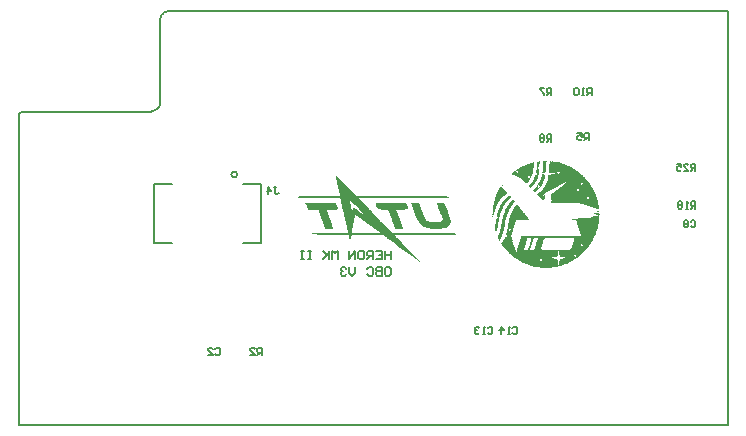
<source format=gbo>
G04*
G04 #@! TF.GenerationSoftware,Altium Limited,Altium Designer,18.0.12 (696)*
G04*
G04 Layer_Color=32896*
%FSLAX44Y44*%
%MOMM*%
G71*
G01*
G75*
%ADD10C,0.2000*%
%ADD19C,0.1500*%
%ADD20C,0.1520*%
G36*
X446654Y223078D02*
X446916D01*
Y222817D01*
Y222555D01*
Y222293D01*
Y222032D01*
X446654D01*
Y221770D01*
Y221509D01*
Y221247D01*
Y220986D01*
Y220724D01*
X446392D01*
Y220462D01*
Y220201D01*
Y219939D01*
Y219678D01*
Y219416D01*
Y219154D01*
Y218893D01*
Y218631D01*
X446131D01*
Y218370D01*
Y218108D01*
Y217846D01*
Y217585D01*
Y217323D01*
Y217062D01*
Y216800D01*
Y216538D01*
Y216277D01*
Y216015D01*
Y215753D01*
Y215492D01*
Y215230D01*
Y214969D01*
Y214707D01*
Y214445D01*
Y214184D01*
X445869D01*
Y213922D01*
Y213661D01*
Y213399D01*
X444561D01*
Y213137D01*
X443253D01*
Y213399D01*
Y213661D01*
Y213922D01*
X443515D01*
Y214184D01*
Y214445D01*
Y214707D01*
Y214969D01*
Y215230D01*
Y215492D01*
Y215753D01*
Y216015D01*
Y216277D01*
Y216538D01*
Y216800D01*
Y217062D01*
Y217323D01*
Y217585D01*
Y217846D01*
Y218108D01*
Y218370D01*
X443776D01*
Y218631D01*
Y218893D01*
Y219154D01*
Y219416D01*
Y219678D01*
Y219939D01*
Y220201D01*
Y220462D01*
Y220724D01*
Y220986D01*
Y221247D01*
X444038D01*
Y221509D01*
Y221770D01*
Y222032D01*
Y222293D01*
Y222555D01*
Y222817D01*
X444300D01*
Y223078D01*
X444823D01*
Y223340D01*
X445084D01*
Y223078D01*
X445346D01*
Y223340D01*
X445608D01*
Y223078D01*
X445869D01*
Y223340D01*
X446131D01*
Y223078D01*
X446392D01*
Y223340D01*
X446654D01*
Y223078D01*
D02*
G37*
G36*
X452671Y222817D02*
X452932D01*
Y222555D01*
X453194D01*
Y222817D01*
X453456D01*
Y222555D01*
X454763D01*
Y222293D01*
X455025D01*
Y222555D01*
X455287D01*
Y222293D01*
X455548D01*
Y222032D01*
X455810D01*
Y222293D01*
X456072D01*
Y222032D01*
X457379D01*
Y221770D01*
X457641D01*
Y222032D01*
X457903D01*
Y221770D01*
X458164D01*
Y221509D01*
X458949D01*
Y221247D01*
X459211D01*
Y221509D01*
X459472D01*
Y221247D01*
X459734D01*
Y220986D01*
X459995D01*
Y221247D01*
X460257D01*
Y220986D01*
X461042D01*
Y220724D01*
X461303D01*
Y220462D01*
X461565D01*
Y220724D01*
X461827D01*
Y220462D01*
X462611D01*
Y220201D01*
X462873D01*
Y219939D01*
X463658D01*
Y219678D01*
X463919D01*
Y219939D01*
X464181D01*
Y219678D01*
X464442D01*
Y219416D01*
X465227D01*
Y219154D01*
X465489D01*
Y218893D01*
X466274D01*
Y218631D01*
X466535D01*
Y218370D01*
X467320D01*
Y218108D01*
X467582D01*
Y217846D01*
X468367D01*
Y217585D01*
X468628D01*
Y217323D01*
X468890D01*
Y217062D01*
X469151D01*
Y216800D01*
X469936D01*
Y216538D01*
X470198D01*
Y216277D01*
X470982D01*
Y216015D01*
X471244D01*
Y215753D01*
X471506D01*
Y215492D01*
X471767D01*
Y215230D01*
X472552D01*
Y214969D01*
X472814D01*
Y214707D01*
X473075D01*
Y214445D01*
X473337D01*
Y214184D01*
X473598D01*
Y213922D01*
X474122D01*
Y213661D01*
X474645D01*
Y213399D01*
X474906D01*
Y213137D01*
X475168D01*
Y212876D01*
X475430D01*
Y212614D01*
X475691D01*
Y212353D01*
X475953D01*
Y212091D01*
X476214D01*
Y211830D01*
X476476D01*
Y211568D01*
X476999D01*
Y211306D01*
Y211045D01*
X477522D01*
Y210783D01*
Y210522D01*
X478046D01*
Y210260D01*
Y209998D01*
X478569D01*
Y209737D01*
Y209475D01*
X479092D01*
Y209214D01*
Y208952D01*
X479615D01*
Y208690D01*
Y208429D01*
X480138D01*
Y208167D01*
Y207906D01*
X480400D01*
Y207644D01*
X480662D01*
Y207382D01*
X480923D01*
Y207121D01*
X481185D01*
Y206859D01*
X481446D01*
Y206598D01*
X481708D01*
Y206336D01*
X481969D01*
Y206074D01*
X482231D01*
Y205813D01*
X482493D01*
Y205551D01*
X482231D01*
Y205290D01*
X482493D01*
Y205028D01*
X482754D01*
Y204767D01*
X483016D01*
Y204505D01*
X483278D01*
Y204243D01*
X483539D01*
Y203982D01*
Y203720D01*
X483801D01*
Y203458D01*
Y203197D01*
X484062D01*
Y202935D01*
X484324D01*
Y202674D01*
X484585D01*
Y202412D01*
Y202150D01*
X484847D01*
Y201889D01*
Y201627D01*
X485109D01*
Y201366D01*
X485370D01*
Y201104D01*
X485632D01*
Y200842D01*
X485370D01*
Y200581D01*
X485632D01*
Y200319D01*
X485893D01*
Y200058D01*
X486155D01*
Y199796D01*
Y199535D01*
Y199273D01*
X486417D01*
Y199011D01*
X486678D01*
Y198750D01*
Y198488D01*
X486940D01*
Y198227D01*
Y197965D01*
X487201D01*
Y197703D01*
Y197442D01*
Y197180D01*
X487463D01*
Y196919D01*
X487725D01*
Y196657D01*
Y196395D01*
Y196134D01*
X487986D01*
Y195872D01*
X488248D01*
Y195611D01*
X487986D01*
Y195349D01*
X488248D01*
Y195087D01*
X488509D01*
Y194826D01*
Y194564D01*
Y194303D01*
X488771D01*
Y194041D01*
Y193779D01*
Y193518D01*
X489033D01*
Y193256D01*
Y192995D01*
Y192733D01*
X489294D01*
Y192471D01*
Y192210D01*
Y191948D01*
X489556D01*
Y191687D01*
X489817D01*
Y191425D01*
X489556D01*
Y191163D01*
X489817D01*
Y190902D01*
Y190640D01*
Y190379D01*
X490079D01*
Y190117D01*
Y189855D01*
Y189594D01*
X490340D01*
Y189332D01*
Y189071D01*
Y188809D01*
Y188547D01*
Y188286D01*
X490602D01*
Y188024D01*
Y187763D01*
Y187501D01*
X490864D01*
Y187239D01*
X490602D01*
Y186978D01*
X490864D01*
Y186716D01*
Y186455D01*
Y186193D01*
Y185931D01*
Y185670D01*
X491125D01*
Y185408D01*
Y185147D01*
Y184885D01*
X491387D01*
Y184624D01*
X491125D01*
Y184362D01*
X491387D01*
Y184100D01*
X491125D01*
Y183839D01*
X491387D01*
Y183577D01*
X491125D01*
Y183316D01*
X491387D01*
Y183054D01*
Y182792D01*
Y182531D01*
X490079D01*
Y182792D01*
X489294D01*
Y183054D01*
X488509D01*
Y183316D01*
X487725D01*
Y183577D01*
X486940D01*
Y183839D01*
X486155D01*
Y184100D01*
X485109D01*
Y184362D01*
X484324D01*
Y184624D01*
X483539D01*
Y184885D01*
X482754D01*
Y185147D01*
X481969D01*
Y185408D01*
X481185D01*
Y185670D01*
X480400D01*
Y185931D01*
X479615D01*
Y186193D01*
X478830D01*
Y186455D01*
X478307D01*
Y186716D01*
X477522D01*
Y186978D01*
X476738D01*
Y187239D01*
X475430D01*
Y187501D01*
X467058D01*
Y187763D01*
X457379D01*
Y188024D01*
X450578D01*
Y188286D01*
X450840D01*
Y188547D01*
X451101D01*
Y188809D01*
Y189071D01*
X451363D01*
Y189332D01*
Y189594D01*
Y189855D01*
Y190117D01*
Y190379D01*
X451101D01*
Y190640D01*
Y190902D01*
Y191163D01*
Y191425D01*
Y191687D01*
Y191948D01*
Y192210D01*
X450840D01*
Y192471D01*
Y192733D01*
Y192995D01*
Y193256D01*
Y193518D01*
X450578D01*
Y193779D01*
Y194041D01*
Y194303D01*
Y194564D01*
X450840D01*
Y194826D01*
Y195087D01*
X451101D01*
Y195349D01*
X451624D01*
Y195611D01*
X451886D01*
Y195872D01*
X452147D01*
Y196134D01*
X452409D01*
Y196395D01*
X452932D01*
Y196657D01*
X453194D01*
Y196919D01*
X453456D01*
Y197180D01*
X453979D01*
Y197442D01*
X454240D01*
Y197703D01*
X454502D01*
Y197965D01*
X455025D01*
Y198227D01*
X455287D01*
Y198488D01*
X455548D01*
Y198750D01*
X456072D01*
Y199011D01*
X456333D01*
Y199273D01*
X456595D01*
Y199535D01*
X457118D01*
Y199796D01*
X457379D01*
Y200058D01*
X457641D01*
Y200319D01*
X458164D01*
Y200581D01*
X458426D01*
Y200842D01*
X458687D01*
Y201104D01*
X459211D01*
Y201366D01*
X459472D01*
Y201627D01*
X459734D01*
Y201889D01*
X460257D01*
Y202150D01*
X460519D01*
Y202412D01*
X460780D01*
Y202674D01*
X461303D01*
Y202935D01*
X461565D01*
Y203197D01*
X461827D01*
Y203458D01*
X462350D01*
Y203720D01*
X462611D01*
Y203982D01*
X462873D01*
Y204243D01*
X463134D01*
Y204505D01*
X463396D01*
Y204767D01*
Y205028D01*
X463658D01*
Y205290D01*
X463919D01*
Y205551D01*
X463134D01*
Y205290D01*
X462611D01*
Y205028D01*
X462088D01*
Y204767D01*
X461565D01*
Y204505D01*
X461303D01*
Y204243D01*
X460780D01*
Y203982D01*
X460257D01*
Y203720D01*
X459734D01*
Y203458D01*
X459211D01*
Y203197D01*
X458687D01*
Y202935D01*
X458164D01*
Y202674D01*
X457641D01*
Y202412D01*
X457379D01*
Y202150D01*
X456856D01*
Y201889D01*
X456333D01*
Y201627D01*
X455810D01*
Y201366D01*
X455287D01*
Y201104D01*
X454763D01*
Y200842D01*
X454240D01*
Y200581D01*
X453717D01*
Y200319D01*
X453456D01*
Y200058D01*
X452932D01*
Y199796D01*
X452409D01*
Y199535D01*
X451886D01*
Y199273D01*
X451363D01*
Y199011D01*
X450840D01*
Y198750D01*
X450316D01*
Y198488D01*
X449793D01*
Y198227D01*
X449532D01*
Y197965D01*
X449008D01*
Y197703D01*
X448485D01*
Y197442D01*
X447962D01*
Y197180D01*
X447439D01*
Y196919D01*
X446916D01*
Y196657D01*
X446392D01*
Y196395D01*
X446131D01*
Y196134D01*
X445869D01*
Y195872D01*
X445608D01*
Y195611D01*
X445346D01*
Y195349D01*
X445084D01*
Y195087D01*
X444823D01*
Y194826D01*
X444561D01*
Y194564D01*
X444038D01*
Y194303D01*
X443776D01*
Y194041D01*
X443515D01*
Y193779D01*
X443253D01*
Y193518D01*
X442730D01*
Y193256D01*
Y192995D01*
X443253D01*
Y193256D01*
X443776D01*
Y193518D01*
X444038D01*
Y193779D01*
X444561D01*
Y194041D01*
X445084D01*
Y194303D01*
X445346D01*
Y194564D01*
X445869D01*
Y194303D01*
Y194041D01*
Y193779D01*
Y193518D01*
Y193256D01*
Y192995D01*
Y192733D01*
Y192471D01*
Y192210D01*
Y191948D01*
Y191687D01*
X445608D01*
Y191425D01*
Y191163D01*
Y190902D01*
X445084D01*
Y190640D01*
X444561D01*
Y190379D01*
X443776D01*
Y190640D01*
X442992D01*
Y190902D01*
X442730D01*
Y191163D01*
X442468D01*
Y191425D01*
X442207D01*
Y191687D01*
X441945D01*
Y191948D01*
X441684D01*
Y192210D01*
Y192471D01*
X441422D01*
Y192733D01*
X441160D01*
Y192995D01*
X440899D01*
Y193256D01*
X440637D01*
Y193518D01*
X440376D01*
Y193779D01*
X440114D01*
Y194041D01*
X439852D01*
Y194303D01*
X439591D01*
Y194564D01*
X439329D01*
Y194826D01*
X439068D01*
Y195087D01*
X439329D01*
Y195349D01*
X439591D01*
Y195611D01*
X439852D01*
Y195872D01*
X440376D01*
Y196134D01*
X440637D01*
Y196395D01*
X440899D01*
Y196657D01*
X441160D01*
Y196919D01*
X441422D01*
Y197180D01*
X441684D01*
Y197442D01*
X441945D01*
Y197703D01*
X442207D01*
Y197965D01*
X442468D01*
Y198227D01*
X442730D01*
Y198488D01*
X442992D01*
Y198750D01*
X443253D01*
Y199011D01*
X443515D01*
Y199273D01*
X443776D01*
Y199535D01*
X444038D01*
Y199796D01*
Y200058D01*
X444300D01*
Y200319D01*
X444561D01*
Y200581D01*
X444823D01*
Y200842D01*
Y201104D01*
X445084D01*
Y201366D01*
X445346D01*
Y201627D01*
Y201889D01*
X445608D01*
Y202150D01*
Y202412D01*
X445869D01*
Y202674D01*
Y202935D01*
X446131D01*
Y203197D01*
Y203458D01*
X446392D01*
Y203720D01*
X446654D01*
Y203982D01*
Y204243D01*
Y204505D01*
X446916D01*
Y204767D01*
Y205028D01*
X447177D01*
Y205290D01*
Y205551D01*
Y205813D01*
X447439D01*
Y206074D01*
Y206336D01*
Y206598D01*
X447700D01*
Y206336D01*
X447962D01*
Y206598D01*
Y206859D01*
Y207121D01*
Y207382D01*
Y207644D01*
Y207906D01*
Y208167D01*
X448224D01*
Y208429D01*
Y208690D01*
Y208952D01*
Y209214D01*
Y209475D01*
Y209737D01*
X448485D01*
Y209998D01*
Y210260D01*
Y210522D01*
Y210783D01*
Y211045D01*
Y211306D01*
Y211568D01*
Y211830D01*
X450316D01*
Y212091D01*
X452147D01*
Y212353D01*
X453979D01*
Y212614D01*
Y212876D01*
X452671D01*
Y213137D01*
X450840D01*
Y213399D01*
X449008D01*
Y213661D01*
X448747D01*
Y213922D01*
Y214184D01*
Y214445D01*
Y214707D01*
Y214969D01*
Y215230D01*
Y215492D01*
Y215753D01*
Y216015D01*
Y216277D01*
X449008D01*
Y216538D01*
Y216800D01*
Y217062D01*
Y217323D01*
Y217585D01*
Y217846D01*
Y218108D01*
Y218370D01*
Y218631D01*
Y218893D01*
Y219154D01*
X449270D01*
Y219416D01*
Y219678D01*
Y219939D01*
Y220201D01*
Y220462D01*
Y220724D01*
Y220986D01*
X449532D01*
Y221247D01*
Y221509D01*
Y221770D01*
Y222032D01*
X449793D01*
Y222293D01*
Y222555D01*
Y222817D01*
Y223078D01*
X451101D01*
Y222817D01*
X451363D01*
Y223078D01*
X451624D01*
Y222817D01*
X451886D01*
Y223078D01*
X452147D01*
Y222817D01*
X452409D01*
Y223078D01*
X452671D01*
Y222817D01*
D02*
G37*
G36*
X441160D02*
Y222555D01*
Y222293D01*
Y222032D01*
Y221770D01*
Y221509D01*
Y221247D01*
Y220986D01*
X440899D01*
Y220724D01*
Y220462D01*
Y220201D01*
Y219939D01*
Y219678D01*
Y219416D01*
Y219154D01*
Y218893D01*
Y218631D01*
Y218370D01*
Y218108D01*
X440376D01*
Y217846D01*
X440114D01*
Y217585D01*
Y217323D01*
Y217062D01*
Y216800D01*
X440376D01*
Y216538D01*
X440899D01*
Y216277D01*
X440637D01*
Y216015D01*
Y215753D01*
Y215492D01*
Y215230D01*
Y214969D01*
Y214707D01*
Y214445D01*
Y214184D01*
Y213922D01*
Y213661D01*
X440376D01*
Y213399D01*
Y213137D01*
Y212876D01*
Y212614D01*
Y212353D01*
Y212091D01*
Y211830D01*
X440114D01*
Y211568D01*
Y211306D01*
Y211045D01*
Y210783D01*
X439852D01*
Y210522D01*
Y210260D01*
Y209998D01*
Y209737D01*
X439591D01*
Y209475D01*
Y209214D01*
Y208952D01*
X439329D01*
Y208690D01*
Y208429D01*
X439068D01*
Y208167D01*
Y207906D01*
Y207644D01*
X438806D01*
Y207382D01*
Y207121D01*
X438545D01*
Y206859D01*
Y206598D01*
X438283D01*
Y206336D01*
Y206074D01*
X438021D01*
Y205813D01*
Y205551D01*
X437760D01*
Y205290D01*
X437498D01*
Y205028D01*
Y204767D01*
X437237D01*
Y204505D01*
X436975D01*
Y204243D01*
Y203982D01*
X436713D01*
Y203720D01*
X436452D01*
Y203458D01*
X436190D01*
Y203197D01*
Y202935D01*
X435928D01*
Y202674D01*
X435667D01*
Y202412D01*
X435405D01*
Y202150D01*
X435144D01*
Y201889D01*
X434882D01*
Y201627D01*
X434621D01*
Y201366D01*
X434359D01*
Y201104D01*
X434097D01*
Y200842D01*
X433574D01*
Y200581D01*
X433312D01*
Y200842D01*
X433051D01*
Y201104D01*
X432789D01*
Y201366D01*
X432528D01*
Y201627D01*
X432266D01*
Y201889D01*
X432005D01*
Y202150D01*
Y202412D01*
X432266D01*
Y202674D01*
X432528D01*
Y202935D01*
X432789D01*
Y203197D01*
X433051D01*
Y203458D01*
X433312D01*
Y203720D01*
X433574D01*
Y203982D01*
X433836D01*
Y204243D01*
Y204505D01*
X434097D01*
Y204767D01*
X434359D01*
Y205028D01*
X434621D01*
Y205290D01*
Y205551D01*
X434882D01*
Y205813D01*
X435144D01*
Y206074D01*
Y206336D01*
X435405D01*
Y206598D01*
X435667D01*
Y206859D01*
Y207121D01*
X435928D01*
Y207382D01*
Y207644D01*
X436190D01*
Y207906D01*
Y208167D01*
X436452D01*
Y208429D01*
Y208690D01*
X436713D01*
Y208952D01*
Y209214D01*
Y209475D01*
X436975D01*
Y209737D01*
Y209998D01*
X437237D01*
Y210260D01*
Y210522D01*
Y210783D01*
X437498D01*
Y211045D01*
Y211306D01*
X437760D01*
Y211045D01*
X438545D01*
Y211306D01*
X439068D01*
Y211568D01*
Y211830D01*
Y212091D01*
Y212353D01*
Y212614D01*
X438545D01*
Y212876D01*
X438021D01*
Y213137D01*
Y213399D01*
Y213661D01*
Y213922D01*
X438283D01*
Y214184D01*
Y214445D01*
Y214707D01*
Y214969D01*
Y215230D01*
Y215492D01*
X438545D01*
Y215753D01*
Y216015D01*
Y216277D01*
Y216538D01*
Y216800D01*
Y217062D01*
Y217323D01*
Y217585D01*
Y217846D01*
Y218108D01*
Y218370D01*
X438806D01*
Y218631D01*
Y218893D01*
Y219154D01*
Y219416D01*
Y219678D01*
Y219939D01*
Y220201D01*
Y220462D01*
Y220724D01*
Y220986D01*
Y221247D01*
Y221509D01*
Y221770D01*
Y222032D01*
Y222293D01*
X439068D01*
Y222555D01*
Y222817D01*
X439329D01*
Y222555D01*
X439591D01*
Y222817D01*
X440899D01*
Y223078D01*
X441160D01*
Y222817D01*
D02*
G37*
G36*
X435928Y221770D02*
Y221509D01*
Y221247D01*
Y220986D01*
Y220724D01*
Y220462D01*
Y220201D01*
Y219939D01*
Y219678D01*
Y219416D01*
Y219154D01*
Y218893D01*
Y218631D01*
Y218370D01*
Y218108D01*
Y217846D01*
Y217585D01*
Y217323D01*
X435667D01*
Y217062D01*
Y216800D01*
Y216538D01*
Y216277D01*
Y216015D01*
Y215753D01*
Y215492D01*
Y215230D01*
X435405D01*
Y214969D01*
Y214707D01*
Y214445D01*
Y214184D01*
Y213922D01*
Y213661D01*
X435144D01*
Y213399D01*
Y213137D01*
Y212876D01*
Y212614D01*
X434882D01*
Y212353D01*
Y212091D01*
Y211830D01*
X434621D01*
Y211568D01*
Y211306D01*
Y211045D01*
X434359D01*
Y210783D01*
Y210522D01*
X434097D01*
Y210260D01*
Y209998D01*
Y209737D01*
X433836D01*
Y209475D01*
Y209214D01*
X433574D01*
Y208952D01*
Y208690D01*
X433312D01*
Y208429D01*
Y208167D01*
X433051D01*
Y207906D01*
Y207644D01*
X432789D01*
Y207382D01*
X432528D01*
Y207121D01*
Y206859D01*
X432266D01*
Y206598D01*
X432005D01*
Y206336D01*
X431743D01*
Y206074D01*
Y205813D01*
X431481D01*
Y205551D01*
X431220D01*
Y205290D01*
X430958D01*
Y205028D01*
X430697D01*
Y204767D01*
X430435D01*
Y204505D01*
X430173D01*
Y204243D01*
X429650D01*
Y204505D01*
X429389D01*
Y204767D01*
X429127D01*
Y205028D01*
X428865D01*
Y205290D01*
X428604D01*
Y205551D01*
X428342D01*
Y205813D01*
X428081D01*
Y206074D01*
X427819D01*
Y206336D01*
X427557D01*
Y206598D01*
X427296D01*
Y206859D01*
X427034D01*
Y207121D01*
X426773D01*
Y207382D01*
X426511D01*
Y207644D01*
X426249D01*
Y207906D01*
X425988D01*
Y208167D01*
X425465D01*
Y208429D01*
X425203D01*
Y208690D01*
X424680D01*
Y208952D01*
X424157D01*
Y209214D01*
X423633D01*
Y209475D01*
X422849D01*
Y209737D01*
X422326D01*
Y209998D01*
X421802D01*
Y210260D01*
X421279D01*
Y210522D01*
X420756D01*
Y210783D01*
X419971D01*
Y211045D01*
X419448D01*
Y211306D01*
X418925D01*
Y211568D01*
X418140D01*
Y211830D01*
X417617D01*
Y212091D01*
X417094D01*
Y212353D01*
X417355D01*
Y212614D01*
X417617D01*
Y212876D01*
X417878D01*
Y213137D01*
X418140D01*
Y213399D01*
X418401D01*
Y213661D01*
X418663D01*
Y213922D01*
X418925D01*
Y214184D01*
X419710D01*
Y214445D01*
X419971D01*
Y214707D01*
X420233D01*
Y214969D01*
X420494D01*
Y215230D01*
X421017D01*
Y215492D01*
X421279D01*
Y215753D01*
X421802D01*
Y216015D01*
X422064D01*
Y216277D01*
X422849D01*
Y216538D01*
X423110D01*
Y216800D01*
X423372D01*
Y217062D01*
X423633D01*
Y217323D01*
X424418D01*
Y217585D01*
X424680D01*
Y217846D01*
X425465D01*
Y218108D01*
X425726D01*
Y218370D01*
X426511D01*
Y218631D01*
X426773D01*
Y218893D01*
X427557D01*
Y219154D01*
X427819D01*
Y219416D01*
X428604D01*
Y219678D01*
X428865D01*
Y219939D01*
X429127D01*
Y219678D01*
X429389D01*
Y219939D01*
X430173D01*
Y220201D01*
X430435D01*
Y220462D01*
X431220D01*
Y220724D01*
X431481D01*
Y220986D01*
X431743D01*
Y220724D01*
X432005D01*
Y220986D01*
X432789D01*
Y221247D01*
X433574D01*
Y221509D01*
X434882D01*
Y221770D01*
X435144D01*
Y222032D01*
X435405D01*
Y221770D01*
X435667D01*
Y222032D01*
X435928D01*
Y221770D01*
D02*
G37*
G36*
X409246Y203458D02*
X409507D01*
Y203197D01*
Y202935D01*
X409769D01*
Y202674D01*
X410030D01*
Y202412D01*
Y202150D01*
X409769D01*
Y202412D01*
X408984D01*
Y202674D01*
X408722D01*
Y202935D01*
X408984D01*
Y203197D01*
Y203458D01*
Y203720D01*
X409246D01*
Y203458D01*
D02*
G37*
G36*
X445084Y211830D02*
X445869D01*
Y211568D01*
Y211306D01*
X445608D01*
Y211045D01*
Y210783D01*
Y210522D01*
Y210260D01*
Y209998D01*
Y209737D01*
X445346D01*
Y209475D01*
Y209214D01*
Y208952D01*
Y208690D01*
Y208429D01*
X445084D01*
Y208167D01*
Y207906D01*
Y207644D01*
X444823D01*
Y207382D01*
Y207121D01*
Y206859D01*
X444561D01*
Y206598D01*
Y206336D01*
Y206074D01*
X444300D01*
Y205813D01*
Y205551D01*
X444038D01*
Y205290D01*
Y205028D01*
Y204767D01*
X443776D01*
Y204505D01*
Y204243D01*
X443515D01*
Y203982D01*
Y203720D01*
X443253D01*
Y203458D01*
X442992D01*
Y203197D01*
Y202935D01*
X442730D01*
Y202674D01*
Y202412D01*
X442468D01*
Y202150D01*
X442207D01*
Y201889D01*
X441945D01*
Y201627D01*
Y201366D01*
X441684D01*
Y201104D01*
X441422D01*
Y200842D01*
X441160D01*
Y200581D01*
X440899D01*
Y200319D01*
X440637D01*
Y200058D01*
X440376D01*
Y199796D01*
Y199535D01*
X439852D01*
Y199273D01*
X439591D01*
Y199011D01*
X439329D01*
Y198750D01*
X439068D01*
Y198488D01*
X438806D01*
Y198227D01*
X438545D01*
Y197965D01*
X438021D01*
Y197703D01*
X437760D01*
Y197442D01*
X437237D01*
Y197180D01*
X436713D01*
Y197442D01*
X436452D01*
Y197703D01*
X436190D01*
Y197965D01*
X435928D01*
Y198227D01*
X435667D01*
Y198488D01*
X435405D01*
Y198750D01*
X435667D01*
Y199011D01*
X436190D01*
Y199273D01*
X436452D01*
Y199535D01*
X436713D01*
Y199796D01*
X436975D01*
Y200058D01*
X437237D01*
Y200319D01*
X437498D01*
Y200581D01*
X437760D01*
Y200842D01*
X438021D01*
Y201104D01*
Y201366D01*
X438283D01*
Y201627D01*
X438545D01*
Y201889D01*
X438806D01*
Y202150D01*
X439068D01*
Y202412D01*
Y202674D01*
X439329D01*
Y202935D01*
X439591D01*
Y203197D01*
X439852D01*
Y203458D01*
Y203720D01*
X440114D01*
Y203982D01*
Y204243D01*
X440376D01*
Y204505D01*
X440637D01*
Y204767D01*
Y205028D01*
X440899D01*
Y205290D01*
Y205551D01*
X441160D01*
Y205813D01*
Y206074D01*
X441422D01*
Y206336D01*
Y206598D01*
X441684D01*
Y206859D01*
Y207121D01*
Y207382D01*
X441945D01*
Y207644D01*
Y207906D01*
Y208167D01*
X442207D01*
Y208429D01*
Y208690D01*
Y208952D01*
X442468D01*
Y209214D01*
Y209475D01*
Y209737D01*
X442730D01*
Y209998D01*
Y210260D01*
Y210522D01*
Y210783D01*
X442992D01*
Y211045D01*
Y211306D01*
Y211568D01*
Y211830D01*
Y212091D01*
X445084D01*
Y211830D01*
D02*
G37*
G36*
X491648Y180961D02*
Y180700D01*
Y180438D01*
Y180176D01*
Y179915D01*
X491125D01*
Y180176D01*
X490340D01*
Y180438D01*
X489294D01*
Y180700D01*
X490079D01*
Y180961D01*
X491387D01*
Y181223D01*
X491648D01*
Y180961D01*
D02*
G37*
G36*
X408461Y201366D02*
X408722D01*
Y201104D01*
X408984D01*
Y200842D01*
X409246D01*
Y200581D01*
X409507D01*
Y200319D01*
X409769D01*
Y200058D01*
X410030D01*
Y199796D01*
X410292D01*
Y199535D01*
X410554D01*
Y199273D01*
X410815D01*
Y199011D01*
X411077D01*
Y198750D01*
X411338D01*
Y198488D01*
X411600D01*
Y198227D01*
X411862D01*
Y197965D01*
X412123D01*
Y197703D01*
X412385D01*
Y197442D01*
X412646D01*
Y197180D01*
X412908D01*
Y196919D01*
X413170D01*
Y196657D01*
X413431D01*
Y196395D01*
X413693D01*
Y196134D01*
X413954D01*
Y195872D01*
X413431D01*
Y195611D01*
X413170D01*
Y195349D01*
X412646D01*
Y195087D01*
X412385D01*
Y194826D01*
X411862D01*
Y194564D01*
X411600D01*
Y194303D01*
X411338D01*
Y194041D01*
X411077D01*
Y193779D01*
X410554D01*
Y193518D01*
X410292D01*
Y193256D01*
X410030D01*
Y192995D01*
X409769D01*
Y192733D01*
X409507D01*
Y192471D01*
X409246D01*
Y192210D01*
X408984D01*
Y191948D01*
X408722D01*
Y191687D01*
X408461D01*
Y191425D01*
Y191163D01*
X408199D01*
Y190902D01*
X407938D01*
Y190640D01*
X407676D01*
Y190379D01*
Y190117D01*
X407415D01*
Y189855D01*
X407153D01*
Y189594D01*
X406891D01*
Y189332D01*
Y189071D01*
X406630D01*
Y188809D01*
X406368D01*
Y188547D01*
Y188286D01*
X406106D01*
Y188024D01*
Y187763D01*
X405845D01*
Y187501D01*
Y187239D01*
X405583D01*
Y186978D01*
X405322D01*
Y186716D01*
Y186455D01*
X405060D01*
Y186193D01*
Y185931D01*
X404799D01*
Y185670D01*
Y185408D01*
X404537D01*
Y185147D01*
Y184885D01*
Y184624D01*
X404275D01*
Y184362D01*
Y184100D01*
X404014D01*
Y183839D01*
Y183577D01*
Y183316D01*
X403752D01*
Y183054D01*
Y182792D01*
X403490D01*
Y182531D01*
Y182269D01*
Y182008D01*
X403229D01*
Y181746D01*
Y181484D01*
Y181223D01*
X402967D01*
Y180961D01*
Y180700D01*
Y180438D01*
X402706D01*
Y180176D01*
Y179915D01*
Y179653D01*
Y179392D01*
X402444D01*
Y179130D01*
Y178868D01*
Y178607D01*
Y178345D01*
X402183D01*
Y178084D01*
Y177822D01*
Y177560D01*
Y177299D01*
X401921D01*
Y177037D01*
Y176776D01*
Y176514D01*
Y176252D01*
X401659D01*
Y175991D01*
Y175729D01*
Y175468D01*
Y175206D01*
Y174944D01*
X401398D01*
Y175206D01*
Y175468D01*
Y175729D01*
X401136D01*
Y175991D01*
X401398D01*
Y176252D01*
X401136D01*
Y176514D01*
X401398D01*
Y176776D01*
X401136D01*
Y177037D01*
X401398D01*
Y177299D01*
X401136D01*
Y177560D01*
X401398D01*
Y177822D01*
X401136D01*
Y178084D01*
X401398D01*
Y178345D01*
X401136D01*
Y178607D01*
X401398D01*
Y178868D01*
X401136D01*
Y179130D01*
X401398D01*
Y179392D01*
X401136D01*
Y179653D01*
X401398D01*
Y179915D01*
X401136D01*
Y180176D01*
X401398D01*
Y180438D01*
Y180700D01*
Y180961D01*
X401136D01*
Y181223D01*
X401398D01*
Y181484D01*
Y181746D01*
Y182008D01*
Y182269D01*
Y182531D01*
X401659D01*
Y182792D01*
X401398D01*
Y183054D01*
X401659D01*
Y183316D01*
Y183577D01*
Y183839D01*
X401921D01*
Y184100D01*
X401659D01*
Y184362D01*
X401921D01*
Y184624D01*
X401659D01*
Y184885D01*
X401921D01*
Y185147D01*
X401659D01*
Y185408D01*
X401921D01*
Y185670D01*
Y185931D01*
Y186193D01*
X402183D01*
Y186455D01*
Y186716D01*
Y186978D01*
Y187239D01*
Y187501D01*
X402444D01*
Y187763D01*
X402183D01*
Y188024D01*
X402444D01*
Y188286D01*
Y188547D01*
Y188809D01*
X402706D01*
Y189071D01*
Y189332D01*
Y189594D01*
X402967D01*
Y189855D01*
X402706D01*
Y190117D01*
X402967D01*
Y190379D01*
Y190640D01*
Y190902D01*
X403229D01*
Y191163D01*
Y191425D01*
Y191687D01*
X403490D01*
Y191948D01*
Y192210D01*
Y192471D01*
X403752D01*
Y192733D01*
Y192995D01*
Y193256D01*
X404014D01*
Y193518D01*
Y193779D01*
Y194041D01*
X404275D01*
Y194303D01*
X404537D01*
Y194564D01*
X404275D01*
Y194826D01*
X404537D01*
Y195087D01*
X404799D01*
Y195349D01*
Y195611D01*
Y195872D01*
X405060D01*
Y196134D01*
Y196395D01*
X405322D01*
Y196657D01*
Y196919D01*
X405583D01*
Y197180D01*
Y197442D01*
Y197703D01*
X405845D01*
Y197965D01*
X406106D01*
Y198227D01*
Y198488D01*
Y198750D01*
X406368D01*
Y199011D01*
X406630D01*
Y199273D01*
Y199535D01*
Y199796D01*
X406891D01*
Y200058D01*
X407153D01*
Y200319D01*
Y200581D01*
X407415D01*
Y200842D01*
Y201104D01*
X407676D01*
Y201366D01*
X407938D01*
Y201627D01*
X408461D01*
Y201366D01*
D02*
G37*
G36*
X416309Y193518D02*
X416570D01*
Y193256D01*
X416832D01*
Y192995D01*
X417094D01*
Y192733D01*
Y192471D01*
X416832D01*
Y192210D01*
X416309D01*
Y191948D01*
X416047D01*
Y191687D01*
X415786D01*
Y191425D01*
X415524D01*
Y191163D01*
X415262D01*
Y190902D01*
X415001D01*
Y190640D01*
X414739D01*
Y190379D01*
X414478D01*
Y190117D01*
X414216D01*
Y189855D01*
X413954D01*
Y189594D01*
X413693D01*
Y189332D01*
X413431D01*
Y189071D01*
X413170D01*
Y188809D01*
X412908D01*
Y188547D01*
Y188286D01*
X412646D01*
Y188024D01*
X412385D01*
Y187763D01*
X412123D01*
Y187501D01*
Y187239D01*
X411862D01*
Y186978D01*
X411600D01*
Y186716D01*
Y186455D01*
X411338D01*
Y186193D01*
X411077D01*
Y185931D01*
Y185670D01*
X410815D01*
Y185408D01*
Y185147D01*
X410554D01*
Y184885D01*
X410292D01*
Y184624D01*
Y184362D01*
X410030D01*
Y184100D01*
Y183839D01*
X409769D01*
Y183577D01*
Y183316D01*
Y183054D01*
X409507D01*
Y182792D01*
Y182531D01*
X409246D01*
Y182269D01*
Y182008D01*
X408984D01*
Y181746D01*
Y181484D01*
Y181223D01*
X408722D01*
Y180961D01*
Y180700D01*
X408461D01*
Y180438D01*
Y180176D01*
Y179915D01*
X408199D01*
Y179653D01*
Y179392D01*
Y179130D01*
X407938D01*
Y178868D01*
Y178607D01*
Y178345D01*
X407676D01*
Y178084D01*
Y177822D01*
Y177560D01*
Y177299D01*
X407415D01*
Y177037D01*
Y176776D01*
Y176514D01*
X407153D01*
Y176252D01*
Y175991D01*
Y175729D01*
Y175468D01*
X406891D01*
Y175206D01*
Y174944D01*
Y174683D01*
Y174421D01*
Y174160D01*
X406630D01*
Y173898D01*
Y173636D01*
Y173375D01*
Y173113D01*
Y172852D01*
X406368D01*
Y172590D01*
Y172328D01*
Y172067D01*
Y171805D01*
Y171544D01*
X406106D01*
Y171282D01*
Y171021D01*
Y170759D01*
Y170497D01*
Y170236D01*
Y169974D01*
X405845D01*
Y169713D01*
Y169451D01*
Y169189D01*
Y168928D01*
Y168666D01*
Y168405D01*
Y168143D01*
X405583D01*
Y167881D01*
Y167620D01*
Y167358D01*
Y167097D01*
Y166835D01*
X405322D01*
Y166573D01*
Y166312D01*
Y166050D01*
Y165789D01*
X405060D01*
Y165527D01*
Y165265D01*
Y165004D01*
Y164742D01*
X404799D01*
Y164481D01*
Y164219D01*
Y163957D01*
X404537D01*
Y163696D01*
Y163434D01*
Y163173D01*
X404275D01*
Y162911D01*
Y162649D01*
X403752D01*
Y162911D01*
X404014D01*
Y163173D01*
X403752D01*
Y163434D01*
Y163696D01*
Y163957D01*
X403490D01*
Y164219D01*
X403229D01*
Y164481D01*
X403490D01*
Y164742D01*
X403229D01*
Y165004D01*
Y165265D01*
Y165527D01*
X402967D01*
Y165789D01*
X402706D01*
Y166050D01*
X402967D01*
Y166312D01*
X402706D01*
Y166573D01*
Y166835D01*
X402967D01*
Y167097D01*
Y167358D01*
Y167620D01*
X403229D01*
Y167881D01*
Y168143D01*
Y168405D01*
Y168666D01*
X403490D01*
Y168928D01*
Y169189D01*
Y169451D01*
Y169713D01*
Y169974D01*
Y170236D01*
X403752D01*
Y170497D01*
Y170759D01*
Y171021D01*
Y171282D01*
Y171544D01*
Y171805D01*
X404014D01*
Y172067D01*
Y172328D01*
Y172590D01*
Y172852D01*
Y173113D01*
Y173375D01*
Y173636D01*
X404275D01*
Y173898D01*
Y174160D01*
Y174421D01*
Y174683D01*
X404537D01*
Y174421D01*
X405322D01*
Y174683D01*
X405583D01*
Y174944D01*
X405845D01*
Y175206D01*
Y175468D01*
Y175729D01*
X405583D01*
Y175991D01*
X405322D01*
Y176252D01*
X404799D01*
Y176514D01*
Y176776D01*
Y177037D01*
Y177299D01*
X405060D01*
Y177560D01*
Y177822D01*
Y178084D01*
Y178345D01*
X405322D01*
Y178607D01*
Y178868D01*
Y179130D01*
X405583D01*
Y179392D01*
Y179653D01*
Y179915D01*
Y180176D01*
X405845D01*
Y180438D01*
Y180700D01*
Y180961D01*
X406106D01*
Y181223D01*
Y181484D01*
Y181746D01*
X406368D01*
Y182008D01*
Y182269D01*
Y182531D01*
X406630D01*
Y182792D01*
Y183054D01*
X406891D01*
Y183316D01*
Y183577D01*
X407153D01*
Y183839D01*
Y184100D01*
Y184362D01*
X407415D01*
Y184624D01*
Y184885D01*
X407676D01*
Y185147D01*
Y185408D01*
X407938D01*
Y185670D01*
Y185931D01*
X408199D01*
Y186193D01*
Y186455D01*
X408461D01*
Y186716D01*
X408722D01*
Y186978D01*
Y187239D01*
X408984D01*
Y187501D01*
X409246D01*
Y187763D01*
Y188024D01*
X409507D01*
Y188286D01*
X409769D01*
Y188547D01*
Y188809D01*
X410030D01*
Y189071D01*
X410292D01*
Y189332D01*
X410554D01*
Y189594D01*
Y189855D01*
X410815D01*
Y190117D01*
X411077D01*
Y190379D01*
X411338D01*
Y190640D01*
X411600D01*
Y190902D01*
X411862D01*
Y191163D01*
X412123D01*
Y191425D01*
X412385D01*
Y191687D01*
X412908D01*
Y191948D01*
X413170D01*
Y192210D01*
X413431D01*
Y192471D01*
X413693D01*
Y192733D01*
X414216D01*
Y192995D01*
X414478D01*
Y193256D01*
X415001D01*
Y193518D01*
X415524D01*
Y193779D01*
X416309D01*
Y193518D01*
D02*
G37*
G36*
X422326Y186193D02*
Y185931D01*
X422587D01*
Y185670D01*
X422849D01*
Y185408D01*
X423110D01*
Y185147D01*
X423372D01*
Y184885D01*
Y184624D01*
X423633D01*
Y184362D01*
X423895D01*
Y184100D01*
X424157D01*
Y183839D01*
X424418D01*
Y183577D01*
Y183316D01*
X424680D01*
Y183054D01*
X424941D01*
Y182792D01*
X425203D01*
Y182531D01*
X425465D01*
Y182269D01*
Y182008D01*
X425726D01*
Y181746D01*
X425988D01*
Y181484D01*
X426249D01*
Y181223D01*
X426511D01*
Y180961D01*
Y180700D01*
X426773D01*
Y180438D01*
X427034D01*
Y180176D01*
X427296D01*
Y179915D01*
Y179653D01*
X427557D01*
Y179392D01*
X427819D01*
Y179130D01*
X428081D01*
Y178868D01*
X428342D01*
Y178607D01*
Y178345D01*
X428604D01*
Y178084D01*
X428865D01*
Y177822D01*
X429127D01*
Y177560D01*
X429389D01*
Y177299D01*
Y177037D01*
X429650D01*
Y176776D01*
X429912D01*
Y176514D01*
X430173D01*
Y176252D01*
X430435D01*
Y175991D01*
Y175729D01*
X430697D01*
Y175468D01*
X430958D01*
Y175206D01*
X431220D01*
Y174944D01*
X431481D01*
Y174683D01*
Y174421D01*
X431743D01*
Y174160D01*
X432005D01*
Y173898D01*
X432266D01*
Y173636D01*
X432528D01*
Y173375D01*
X432266D01*
Y173636D01*
X421279D01*
Y173375D01*
X421017D01*
Y173113D01*
Y172852D01*
Y172590D01*
X420756D01*
Y172328D01*
Y172067D01*
Y171805D01*
Y171544D01*
X420494D01*
Y171282D01*
Y171021D01*
Y170759D01*
X420233D01*
Y170497D01*
Y170236D01*
Y169974D01*
X419971D01*
Y169713D01*
Y169451D01*
Y169189D01*
X419710D01*
Y168928D01*
Y168666D01*
Y168405D01*
Y168143D01*
X419448D01*
Y167881D01*
Y167620D01*
Y167358D01*
X419186D01*
Y167097D01*
Y166835D01*
Y166573D01*
X418925D01*
Y166312D01*
Y166050D01*
Y165789D01*
X418663D01*
Y165527D01*
Y165265D01*
Y165004D01*
Y164742D01*
X418401D01*
Y164481D01*
Y164219D01*
Y163957D01*
X418140D01*
Y163696D01*
Y163434D01*
Y163173D01*
X417878D01*
Y162911D01*
Y162649D01*
Y162388D01*
X417617D01*
Y162126D01*
Y161865D01*
Y161603D01*
Y161341D01*
X417355D01*
Y161080D01*
Y160818D01*
Y160557D01*
X417094D01*
Y160295D01*
Y160033D01*
Y159772D01*
Y159510D01*
Y159249D01*
X417355D01*
Y158987D01*
Y158726D01*
Y158464D01*
X417617D01*
Y158202D01*
Y157941D01*
Y157679D01*
Y157417D01*
X417878D01*
Y157156D01*
Y156894D01*
Y156633D01*
X418140D01*
Y156371D01*
Y156110D01*
Y155848D01*
Y155586D01*
X417878D01*
Y155325D01*
Y155063D01*
Y154802D01*
Y154540D01*
Y154278D01*
X418140D01*
Y154017D01*
Y153755D01*
Y153493D01*
X418401D01*
Y153232D01*
Y152970D01*
Y152709D01*
Y152447D01*
X418663D01*
Y152185D01*
X419448D01*
Y151924D01*
Y151662D01*
X419710D01*
Y151401D01*
Y151139D01*
Y150878D01*
X419971D01*
Y150616D01*
Y150354D01*
Y150093D01*
Y149831D01*
X420233D01*
Y149570D01*
Y149308D01*
Y149046D01*
X420494D01*
Y148785D01*
Y148523D01*
Y148262D01*
X420756D01*
Y148000D01*
Y147738D01*
Y147477D01*
X421017D01*
Y147215D01*
Y146954D01*
Y146692D01*
Y146430D01*
X421541D01*
Y146692D01*
Y146954D01*
X421802D01*
Y147215D01*
Y147477D01*
Y147738D01*
Y148000D01*
X422064D01*
Y148262D01*
Y148523D01*
Y148785D01*
X422326D01*
Y149046D01*
Y149308D01*
Y149570D01*
X422587D01*
Y149831D01*
Y150093D01*
Y150354D01*
X422849D01*
Y150616D01*
Y150878D01*
Y151139D01*
X423110D01*
Y151401D01*
Y151662D01*
Y151924D01*
Y152185D01*
X423372D01*
Y152447D01*
Y152709D01*
Y152970D01*
X423633D01*
Y153232D01*
Y153493D01*
Y153755D01*
X423895D01*
Y154017D01*
Y154278D01*
Y154540D01*
X424157D01*
Y154802D01*
Y155063D01*
Y155325D01*
Y155586D01*
X424418D01*
Y155848D01*
Y156110D01*
Y156371D01*
X424680D01*
Y156633D01*
Y156894D01*
Y157156D01*
X424941D01*
Y157417D01*
Y157679D01*
Y157941D01*
X425203D01*
Y158202D01*
Y158464D01*
Y158726D01*
Y158987D01*
X425465D01*
Y159249D01*
Y159510D01*
Y159772D01*
X476214D01*
Y160033D01*
X475953D01*
Y160295D01*
Y160557D01*
Y160818D01*
X475691D01*
Y161080D01*
Y161341D01*
Y161603D01*
Y161865D01*
X475430D01*
Y162126D01*
Y162388D01*
Y162649D01*
X475168D01*
Y162911D01*
Y163173D01*
Y163434D01*
X474906D01*
Y163696D01*
Y163957D01*
Y164219D01*
X474645D01*
Y164481D01*
Y164742D01*
Y165004D01*
Y165265D01*
X474383D01*
Y165527D01*
Y165789D01*
Y166050D01*
X474122D01*
Y166312D01*
Y166573D01*
Y166835D01*
X473860D01*
Y167097D01*
Y167358D01*
Y167620D01*
X473598D01*
Y167881D01*
Y168143D01*
Y168405D01*
Y168666D01*
X473337D01*
Y168928D01*
Y169189D01*
Y169451D01*
X473075D01*
Y169713D01*
Y169974D01*
Y170236D01*
X472814D01*
Y170497D01*
Y170759D01*
Y171021D01*
X472552D01*
Y171282D01*
Y171544D01*
Y171805D01*
Y172067D01*
X472290D01*
Y172328D01*
Y172590D01*
Y172852D01*
X472029D01*
Y173113D01*
Y173375D01*
X471767D01*
Y173636D01*
X468628D01*
Y173898D01*
X469936D01*
Y174160D01*
X470982D01*
Y174421D01*
X473337D01*
Y174683D01*
X477261D01*
Y174944D01*
X480923D01*
Y175206D01*
X484585D01*
Y175468D01*
X486940D01*
Y175729D01*
Y175991D01*
X486678D01*
Y176252D01*
X486155D01*
Y176514D01*
X485893D01*
Y176776D01*
X485632D01*
Y177037D01*
X485370D01*
Y177299D01*
X485632D01*
Y177037D01*
X488248D01*
Y176776D01*
X490340D01*
Y177037D01*
Y177299D01*
X489556D01*
Y177560D01*
X489294D01*
Y177822D01*
X488771D01*
Y178084D01*
X488509D01*
Y178345D01*
X487986D01*
Y178607D01*
X487463D01*
Y178868D01*
X491387D01*
Y178607D01*
X491910D01*
Y178345D01*
X491648D01*
Y178084D01*
X491910D01*
Y177822D01*
X491648D01*
Y177560D01*
X491910D01*
Y177299D01*
X491648D01*
Y177037D01*
Y176776D01*
Y176514D01*
Y176252D01*
Y175991D01*
Y175729D01*
Y175468D01*
Y175206D01*
Y174944D01*
Y174683D01*
Y174421D01*
X491387D01*
Y174160D01*
Y173898D01*
Y173636D01*
X491648D01*
Y173375D01*
X491387D01*
Y173113D01*
Y172852D01*
Y172590D01*
Y172328D01*
Y172067D01*
X491125D01*
Y171805D01*
X491387D01*
Y171544D01*
X491125D01*
Y171282D01*
Y171021D01*
Y170759D01*
Y170497D01*
Y170236D01*
X490864D01*
Y169974D01*
Y169713D01*
Y169451D01*
X490602D01*
Y169189D01*
X490864D01*
Y168928D01*
X490602D01*
Y168666D01*
X490864D01*
Y168405D01*
X490602D01*
Y168143D01*
Y167881D01*
Y167620D01*
X490340D01*
Y167358D01*
Y167097D01*
Y166835D01*
X490079D01*
Y166573D01*
X490340D01*
Y166312D01*
X490079D01*
Y166050D01*
Y165789D01*
Y165527D01*
X489817D01*
Y165265D01*
Y165004D01*
Y164742D01*
X489556D01*
Y164481D01*
Y164219D01*
Y163957D01*
X489294D01*
Y163696D01*
X489033D01*
Y163434D01*
X489294D01*
Y163173D01*
X489033D01*
Y162911D01*
Y162649D01*
Y162388D01*
X488771D01*
Y162126D01*
Y161865D01*
Y161603D01*
X488509D01*
Y161341D01*
Y161080D01*
Y160818D01*
X488248D01*
Y160557D01*
X487986D01*
Y160295D01*
X488248D01*
Y160033D01*
X487986D01*
Y159772D01*
X487725D01*
Y159510D01*
X487463D01*
Y159249D01*
X487725D01*
Y158987D01*
X487463D01*
Y158726D01*
X487201D01*
Y158464D01*
X486940D01*
Y158202D01*
X487201D01*
Y157941D01*
X486940D01*
Y157679D01*
X486678D01*
Y157417D01*
Y157156D01*
Y156894D01*
X486417D01*
Y156633D01*
X486155D01*
Y156371D01*
X485893D01*
Y156110D01*
X486155D01*
Y155848D01*
X485893D01*
Y155586D01*
X485632D01*
Y155325D01*
X485370D01*
Y155063D01*
Y154802D01*
Y154540D01*
X485109D01*
Y154278D01*
X484847D01*
Y154017D01*
X484585D01*
Y153755D01*
X484324D01*
Y153493D01*
X484585D01*
Y153232D01*
X484324D01*
Y152970D01*
X484062D01*
Y152709D01*
X483801D01*
Y152447D01*
X483539D01*
Y152185D01*
X483278D01*
Y151924D01*
Y151662D01*
Y151401D01*
X483016D01*
Y151139D01*
X482754D01*
Y150878D01*
X482493D01*
Y150616D01*
X482231D01*
Y150354D01*
X481969D01*
Y150093D01*
X481708D01*
Y149831D01*
X481969D01*
Y149570D01*
X481446D01*
Y149308D01*
Y149046D01*
X481185D01*
Y148785D01*
X480923D01*
Y148523D01*
X480662D01*
Y148262D01*
X480400D01*
Y148000D01*
X480138D01*
Y147738D01*
X479877D01*
Y147477D01*
X479615D01*
Y147215D01*
X479353D01*
Y146954D01*
X479092D01*
Y146692D01*
X478830D01*
Y146430D01*
X478569D01*
Y146169D01*
X478307D01*
Y145907D01*
X478046D01*
Y145646D01*
X477784D01*
Y145384D01*
X477522D01*
Y145122D01*
X477261D01*
Y144861D01*
X476999D01*
Y144599D01*
X476738D01*
Y144338D01*
X476476D01*
Y144076D01*
X476214D01*
Y143814D01*
X475953D01*
Y143553D01*
X475691D01*
Y143291D01*
X475168D01*
Y143030D01*
Y142768D01*
X474383D01*
Y142507D01*
X474122D01*
Y142245D01*
X473860D01*
Y141983D01*
X473598D01*
Y141722D01*
X473337D01*
Y141460D01*
X473075D01*
Y141199D01*
X472290D01*
Y140937D01*
X472029D01*
Y140675D01*
X471767D01*
Y140414D01*
X471506D01*
Y140152D01*
X470721D01*
Y139890D01*
X470459D01*
Y139629D01*
X470198D01*
Y139367D01*
X469936D01*
Y139106D01*
X469151D01*
Y138844D01*
X468890D01*
Y138582D01*
X468105D01*
Y138321D01*
X467843D01*
Y138059D01*
X467582D01*
Y137798D01*
X467320D01*
Y138059D01*
X467058D01*
Y137798D01*
X466797D01*
Y137536D01*
X466012D01*
Y137275D01*
X465751D01*
Y137013D01*
X464966D01*
Y136751D01*
X464704D01*
Y136490D01*
X463919D01*
Y136228D01*
X463658D01*
Y135967D01*
X462873D01*
Y135705D01*
X462611D01*
Y135967D01*
X462350D01*
Y135705D01*
X462088D01*
Y135443D01*
X461303D01*
Y135182D01*
X461042D01*
Y135443D01*
X460780D01*
Y135182D01*
X461042D01*
Y134920D01*
X460780D01*
Y135182D01*
X460519D01*
Y134920D01*
X459734D01*
Y134659D01*
X459472D01*
Y134920D01*
X459211D01*
Y134659D01*
X458949D01*
Y134397D01*
X457641D01*
Y134135D01*
X456856D01*
Y133874D01*
X455548D01*
Y133612D01*
X455287D01*
Y133874D01*
X455025D01*
Y133612D01*
X454240D01*
Y133351D01*
X453979D01*
Y133612D01*
X453717D01*
Y133351D01*
X452409D01*
Y133089D01*
X452147D01*
Y133351D01*
X451886D01*
Y133089D01*
X451624D01*
Y133351D01*
X451363D01*
Y133089D01*
X451624D01*
Y132827D01*
X451363D01*
Y133089D01*
X451101D01*
Y132827D01*
X450840D01*
Y133089D01*
X450578D01*
Y132827D01*
X450316D01*
Y133089D01*
X450055D01*
Y132827D01*
X442992D01*
Y133089D01*
X442730D01*
Y132827D01*
X442468D01*
Y133089D01*
X442207D01*
Y132827D01*
X441945D01*
Y133089D01*
X441160D01*
Y133351D01*
X440899D01*
Y133089D01*
X440637D01*
Y133351D01*
X438806D01*
Y133612D01*
X438545D01*
Y133351D01*
X438283D01*
Y133612D01*
X437498D01*
Y133874D01*
X437237D01*
Y133612D01*
X436975D01*
Y133874D01*
X436190D01*
Y134135D01*
X435928D01*
Y133874D01*
X435667D01*
Y134135D01*
X435405D01*
Y134397D01*
X434097D01*
Y134659D01*
X433312D01*
Y134920D01*
X432528D01*
Y135182D01*
X432266D01*
Y134920D01*
X432005D01*
Y135182D01*
X431743D01*
Y135443D01*
X430958D01*
Y135705D01*
X430173D01*
Y135967D01*
X429389D01*
Y136228D01*
X429127D01*
Y136490D01*
X428342D01*
Y136751D01*
X428081D01*
Y137013D01*
X427819D01*
Y136751D01*
X427557D01*
Y137013D01*
X427296D01*
Y137275D01*
X426511D01*
Y137536D01*
X426249D01*
Y137798D01*
X425988D01*
Y138059D01*
X425726D01*
Y137798D01*
X425465D01*
Y138059D01*
X425203D01*
Y138321D01*
X424941D01*
Y138582D01*
X424157D01*
Y138844D01*
X423895D01*
Y139106D01*
X423110D01*
Y139367D01*
X422849D01*
Y139629D01*
X422587D01*
Y139890D01*
X422064D01*
Y140152D01*
X421541D01*
Y140414D01*
X421279D01*
Y140675D01*
X420756D01*
Y140937D01*
Y141199D01*
X419971D01*
Y141460D01*
X419710D01*
Y141722D01*
X419448D01*
Y141983D01*
X419186D01*
Y142245D01*
X418663D01*
Y142507D01*
X418401D01*
Y142768D01*
X417878D01*
Y143030D01*
X417617D01*
Y143291D01*
X417355D01*
Y143553D01*
X417094D01*
Y143814D01*
X416832D01*
Y144076D01*
X416570D01*
Y144338D01*
X416309D01*
Y144599D01*
X416047D01*
Y144861D01*
X415524D01*
Y145122D01*
Y145384D01*
X414739D01*
Y145646D01*
X415001D01*
Y145907D01*
X414478D01*
Y146169D01*
Y146430D01*
X413954D01*
Y146692D01*
Y146954D01*
X413431D01*
Y147215D01*
Y147477D01*
X413170D01*
Y147738D01*
X412908D01*
Y148000D01*
X412646D01*
Y148262D01*
X412385D01*
Y148523D01*
X412123D01*
Y148785D01*
X411862D01*
Y149046D01*
X411600D01*
Y149308D01*
X411338D01*
Y149570D01*
X411077D01*
Y149831D01*
Y150093D01*
X410815D01*
Y150354D01*
Y150616D01*
X410554D01*
Y150878D01*
X410292D01*
Y151139D01*
X410030D01*
Y151401D01*
X409769D01*
Y151662D01*
X409507D01*
Y151924D01*
X409769D01*
Y152185D01*
X409246D01*
Y152447D01*
Y152709D01*
X408984D01*
Y152970D01*
X408722D01*
Y153232D01*
X408461D01*
Y153493D01*
X408984D01*
Y153755D01*
Y154017D01*
X409246D01*
Y154278D01*
X409507D01*
Y154540D01*
Y154802D01*
X409769D01*
Y155063D01*
X410030D01*
Y155325D01*
Y155586D01*
X410292D01*
Y155848D01*
Y156110D01*
X410554D01*
Y156371D01*
Y156633D01*
X410815D01*
Y156894D01*
X411077D01*
Y157156D01*
Y157417D01*
X411338D01*
Y157679D01*
Y157941D01*
Y158202D01*
X411600D01*
Y158464D01*
Y158726D01*
X411862D01*
Y158987D01*
Y159249D01*
X412123D01*
Y158987D01*
X413431D01*
Y159249D01*
Y159510D01*
X413693D01*
Y159772D01*
Y160033D01*
Y160295D01*
X413431D01*
Y160557D01*
X412908D01*
Y160818D01*
X412646D01*
Y161080D01*
Y161341D01*
Y161603D01*
X412908D01*
Y161865D01*
Y162126D01*
Y162388D01*
X413170D01*
Y162649D01*
Y162911D01*
Y163173D01*
Y163434D01*
X413431D01*
Y163696D01*
Y163957D01*
Y164219D01*
Y164481D01*
Y164742D01*
X413693D01*
Y165004D01*
Y165265D01*
Y165527D01*
Y165789D01*
Y166050D01*
X413954D01*
Y166312D01*
Y166573D01*
Y166835D01*
Y167097D01*
Y167358D01*
Y167620D01*
Y167881D01*
X414216D01*
Y168143D01*
Y168405D01*
Y168666D01*
Y168928D01*
Y169189D01*
Y169451D01*
X414478D01*
Y169713D01*
Y169974D01*
Y170236D01*
Y170497D01*
Y170759D01*
X414739D01*
Y171021D01*
Y171282D01*
Y171544D01*
Y171805D01*
Y172067D01*
X415001D01*
Y172328D01*
Y172590D01*
Y172852D01*
Y173113D01*
X415262D01*
Y173375D01*
Y173636D01*
Y173898D01*
Y174160D01*
X415524D01*
Y174421D01*
Y174683D01*
Y174944D01*
X415786D01*
Y175206D01*
Y175468D01*
Y175729D01*
X416047D01*
Y175991D01*
Y176252D01*
Y176514D01*
Y176776D01*
X416309D01*
Y177037D01*
Y177299D01*
X416570D01*
Y177560D01*
Y177822D01*
Y178084D01*
X416832D01*
Y178345D01*
Y178607D01*
X417094D01*
Y178868D01*
Y179130D01*
Y179392D01*
X417355D01*
Y179653D01*
Y179915D01*
X417617D01*
Y180176D01*
Y180438D01*
X417878D01*
Y180700D01*
Y180961D01*
X418140D01*
Y181223D01*
Y181484D01*
X418401D01*
Y181746D01*
Y182008D01*
X418663D01*
Y182269D01*
X418925D01*
Y182531D01*
Y182792D01*
X419186D01*
Y183054D01*
Y183316D01*
X419448D01*
Y183577D01*
X419710D01*
Y183839D01*
Y184100D01*
X419971D01*
Y184362D01*
X420233D01*
Y184624D01*
X420494D01*
Y184885D01*
X420756D01*
Y185147D01*
Y185408D01*
X421017D01*
Y185670D01*
X421279D01*
Y185931D01*
X421541D01*
Y186193D01*
X421802D01*
Y186455D01*
X422326D01*
Y186193D01*
D02*
G37*
G36*
X419186Y190117D02*
X419448D01*
Y189855D01*
Y189594D01*
X419710D01*
Y189332D01*
X419971D01*
Y189071D01*
X420233D01*
Y188809D01*
Y188547D01*
X419971D01*
Y188286D01*
X419710D01*
Y188024D01*
X419448D01*
Y187763D01*
X419186D01*
Y187501D01*
X418925D01*
Y187239D01*
Y186978D01*
X418663D01*
Y186716D01*
X418401D01*
Y186455D01*
X418140D01*
Y186193D01*
X417878D01*
Y185931D01*
Y185670D01*
X417617D01*
Y185408D01*
X417355D01*
Y185147D01*
X417094D01*
Y184885D01*
Y184624D01*
X416832D01*
Y184362D01*
X416570D01*
Y184100D01*
Y183839D01*
X416309D01*
Y183577D01*
Y183316D01*
X416047D01*
Y183054D01*
X415786D01*
Y182792D01*
Y182531D01*
X415524D01*
Y182269D01*
Y182008D01*
X415262D01*
Y181746D01*
Y181484D01*
X415001D01*
Y181223D01*
Y180961D01*
X414739D01*
Y180700D01*
Y180438D01*
X414478D01*
Y180176D01*
Y179915D01*
Y179653D01*
X414216D01*
Y179392D01*
Y179130D01*
X413954D01*
Y178868D01*
Y178607D01*
Y178345D01*
X413693D01*
Y178084D01*
Y177822D01*
Y177560D01*
X413431D01*
Y177299D01*
Y177037D01*
Y176776D01*
X413170D01*
Y176514D01*
Y176252D01*
Y175991D01*
X412908D01*
Y175729D01*
Y175468D01*
Y175206D01*
X412646D01*
Y174944D01*
Y174683D01*
Y174421D01*
Y174160D01*
X412385D01*
Y173898D01*
Y173636D01*
Y173375D01*
Y173113D01*
X412123D01*
Y172852D01*
Y172590D01*
Y172328D01*
Y172067D01*
X411862D01*
Y171805D01*
Y171544D01*
Y171282D01*
Y171021D01*
Y170759D01*
X411600D01*
Y170497D01*
Y170236D01*
Y169974D01*
Y169713D01*
Y169451D01*
X411338D01*
Y169189D01*
Y168928D01*
Y168666D01*
Y168405D01*
Y168143D01*
Y167881D01*
Y167620D01*
X411077D01*
Y167358D01*
Y167097D01*
Y166835D01*
Y166573D01*
Y166312D01*
Y166050D01*
X410815D01*
Y165789D01*
Y165527D01*
Y165265D01*
Y165004D01*
Y164742D01*
X410554D01*
Y164481D01*
Y164219D01*
Y163957D01*
Y163696D01*
X410292D01*
Y163434D01*
Y163173D01*
Y162911D01*
Y162649D01*
X410030D01*
Y162388D01*
Y162126D01*
Y161865D01*
X409769D01*
Y161603D01*
Y161341D01*
Y161080D01*
X409507D01*
Y160818D01*
Y160557D01*
Y160295D01*
X409246D01*
Y160033D01*
Y159772D01*
X408984D01*
Y159510D01*
Y159249D01*
Y158987D01*
X408722D01*
Y158726D01*
Y158464D01*
X408461D01*
Y158202D01*
Y157941D01*
X408199D01*
Y157679D01*
Y157417D01*
X407938D01*
Y157156D01*
X407676D01*
Y156894D01*
Y156633D01*
X407415D01*
Y156371D01*
Y156110D01*
X407153D01*
Y155848D01*
X406891D01*
Y156110D01*
Y156371D01*
Y156633D01*
X406630D01*
Y156894D01*
X406368D01*
Y157156D01*
Y157417D01*
X406106D01*
Y157679D01*
Y157941D01*
X405845D01*
Y158202D01*
Y158464D01*
Y158726D01*
X405583D01*
Y158987D01*
Y159249D01*
X405845D01*
Y159510D01*
Y159772D01*
X406106D01*
Y160033D01*
Y160295D01*
X406368D01*
Y160557D01*
Y160818D01*
Y161080D01*
X406630D01*
Y161341D01*
Y161603D01*
X406891D01*
Y161865D01*
Y162126D01*
Y162388D01*
X407153D01*
Y162649D01*
Y162911D01*
X407415D01*
Y163173D01*
Y163434D01*
Y163696D01*
X407676D01*
Y163957D01*
Y164219D01*
Y164481D01*
Y164742D01*
X407938D01*
Y165004D01*
Y165265D01*
Y165527D01*
Y165789D01*
X408199D01*
Y166050D01*
Y166312D01*
Y166573D01*
Y166835D01*
X408461D01*
Y167097D01*
Y167358D01*
Y167620D01*
Y167881D01*
Y168143D01*
Y168405D01*
X408722D01*
Y168666D01*
Y168928D01*
Y169189D01*
Y169451D01*
Y169713D01*
Y169974D01*
X408984D01*
Y170236D01*
Y170497D01*
Y170759D01*
Y171021D01*
Y171282D01*
Y171544D01*
X409246D01*
Y171805D01*
Y172067D01*
Y172328D01*
Y172590D01*
Y172852D01*
Y173113D01*
X409507D01*
Y173375D01*
Y173636D01*
Y173898D01*
Y174160D01*
X409769D01*
Y174421D01*
Y174683D01*
Y174944D01*
Y175206D01*
X410030D01*
Y175468D01*
Y175729D01*
Y175991D01*
Y176252D01*
X410292D01*
Y176514D01*
Y176776D01*
Y177037D01*
Y177299D01*
X410554D01*
Y177560D01*
Y177822D01*
Y178084D01*
X410815D01*
Y178345D01*
Y178607D01*
Y178868D01*
X411077D01*
Y179130D01*
Y179392D01*
Y179653D01*
X411338D01*
Y179915D01*
Y180176D01*
X411600D01*
Y180438D01*
Y180700D01*
Y180961D01*
X411862D01*
Y181223D01*
Y181484D01*
X412123D01*
Y181746D01*
Y182008D01*
Y182269D01*
X412385D01*
Y182531D01*
Y182792D01*
X412646D01*
Y183054D01*
Y183316D01*
X412908D01*
Y183577D01*
Y183839D01*
X413170D01*
Y184100D01*
X413431D01*
Y184362D01*
Y184624D01*
X413693D01*
Y184885D01*
Y185147D01*
X413954D01*
Y185408D01*
X414216D01*
Y185670D01*
Y185931D01*
X414478D01*
Y186193D01*
X414739D01*
Y186455D01*
X415001D01*
Y186716D01*
Y186978D01*
X415262D01*
Y187239D01*
X415524D01*
Y187501D01*
X415786D01*
Y187763D01*
X416047D01*
Y188024D01*
X416309D01*
Y188286D01*
X416570D01*
Y188547D01*
X416832D01*
Y188809D01*
X417094D01*
Y189071D01*
X417355D01*
Y189332D01*
X417617D01*
Y189594D01*
X417878D01*
Y189855D01*
X418140D01*
Y190117D01*
X418663D01*
Y190379D01*
X419186D01*
Y190117D01*
D02*
G37*
G36*
X321121Y187917D02*
X322569D01*
X323884Y187852D01*
X324937Y187786D01*
X325792Y187720D01*
X326516D01*
X327108Y187654D01*
X327503Y187588D01*
X327831Y187523D01*
X328029Y187457D01*
X328160D01*
X328226Y187391D01*
X328292D01*
X328555Y186602D01*
X328818Y185878D01*
X329081Y185286D01*
X329213Y184760D01*
X329410Y184299D01*
X329542Y183904D01*
X329739Y183312D01*
X329871Y182918D01*
X329937Y182654D01*
Y182523D01*
X329871Y182457D01*
X329739Y182391D01*
X329476D01*
X329147Y182325D01*
X328358Y182260D01*
X327371D01*
X326450Y182194D01*
X319871D01*
X322569Y174300D01*
X325266Y166142D01*
X325200Y166076D01*
X325134Y166011D01*
X324739Y165945D01*
X324213Y165879D01*
X323621D01*
X323029Y165813D01*
X318753D01*
X316779Y171537D01*
X316385Y172655D01*
X316056Y173708D01*
X315727Y174629D01*
X315398Y175484D01*
X315135Y176207D01*
X314937Y176865D01*
X314674Y177457D01*
X314543Y177984D01*
X314345Y178444D01*
X314214Y178773D01*
X314148Y179102D01*
X314016Y179299D01*
X313951Y179628D01*
X313885Y179694D01*
X313030Y181997D01*
X312372Y182062D01*
X311582Y182128D01*
X310859D01*
X310069Y182194D01*
X307306D01*
X306319Y182260D01*
X305530D01*
X304938Y182325D01*
X304412D01*
X304083Y182391D01*
X303820D01*
X303096Y184694D01*
X302767Y185417D01*
X302570Y186010D01*
X302372Y186536D01*
X302306Y186865D01*
X302241Y187128D01*
X302175Y187259D01*
Y187391D01*
X302241Y187457D01*
X302306Y187523D01*
X302504D01*
X302701Y187588D01*
X303359Y187654D01*
X304214Y187720D01*
X305201Y187786D01*
X306254Y187852D01*
X307438D01*
X308622Y187917D01*
X309872D01*
X311056Y187983D01*
X319411D01*
X321121Y187917D01*
D02*
G37*
G36*
X269940Y185417D02*
X270269Y184628D01*
X270466Y183970D01*
X270663Y183444D01*
X270729Y183049D01*
X270795Y182720D01*
X270861Y182523D01*
Y182457D01*
Y182391D01*
X270795D01*
X270663Y182325D01*
X270400D01*
X270071Y182260D01*
X269282D01*
X268295Y182194D01*
X263888D01*
X263098Y182128D01*
X262374D01*
X261782Y182062D01*
X261322D01*
X260993Y181996D01*
X260927D01*
Y181865D01*
X261059Y181602D01*
X261190Y181207D01*
X261322Y180747D01*
X261519Y180154D01*
X261782Y179497D01*
X262243Y178049D01*
X262769Y176602D01*
X262966Y175944D01*
X263230Y175352D01*
X263361Y174892D01*
X263493Y174497D01*
X263624Y174234D01*
Y174168D01*
X264085Y172852D01*
X264545Y171602D01*
X264874Y170616D01*
X265203Y169695D01*
X265466Y168905D01*
X265664Y168247D01*
X265861Y167721D01*
X265993Y167326D01*
X266124Y166931D01*
X266190Y166668D01*
X266256Y166471D01*
Y166339D01*
X266322Y166208D01*
Y166142D01*
X266256Y166076D01*
X266190Y166010D01*
X265795Y165945D01*
X265269Y165879D01*
X264611D01*
X263953Y165813D01*
X259677D01*
X259217Y166931D01*
X258756Y168247D01*
X258230Y169563D01*
X257769Y170879D01*
X257375Y172129D01*
X257177Y172655D01*
X257046Y173050D01*
X256914Y173444D01*
X256783Y173708D01*
X256717Y173905D01*
Y173971D01*
X256388Y174957D01*
X256059Y175944D01*
X255730Y176799D01*
X255467Y177589D01*
X255006Y178970D01*
X254612Y180154D01*
X254283Y181075D01*
X254085Y181668D01*
X253954Y182062D01*
X253888Y182194D01*
X244744D01*
X243823Y185089D01*
X242704Y187983D01*
X268887D01*
X269940Y185417D01*
D02*
G37*
G36*
X332568Y188049D02*
X333094D01*
X334147Y187983D01*
X336976D01*
X337568Y187917D01*
X338028D01*
X338423Y187852D01*
X338686D01*
X338884Y187786D01*
X338949D01*
X341449Y181141D01*
X341910Y179957D01*
X342304Y178970D01*
X342699Y177984D01*
X343094Y177194D01*
X343357Y176471D01*
X343686Y175813D01*
X343883Y175286D01*
X344146Y174826D01*
X344278Y174431D01*
X344475Y174102D01*
X344673Y173708D01*
X344804Y173444D01*
X344870Y173379D01*
X345265Y173050D01*
X345725Y172721D01*
X346712Y172260D01*
X347896Y171866D01*
X349080Y171668D01*
X350133Y171537D01*
X350659Y171471D01*
X351054D01*
X351383Y171405D01*
X353949D01*
X354409Y171471D01*
X354804D01*
X355198Y171537D01*
X355790D01*
X356119Y171602D01*
X356383Y171668D01*
X356580Y171734D01*
X356646D01*
X356843Y171866D01*
X357040Y171931D01*
X357238D01*
X357435Y171997D01*
X357567Y172063D01*
X357698Y172129D01*
X357764Y172194D01*
X357961Y172392D01*
X358027Y172458D01*
X358159Y172523D01*
X358225Y172655D01*
X358422Y172787D01*
X358554Y172918D01*
X358619Y172984D01*
X358817Y173247D01*
X359014Y173444D01*
X359080Y173510D01*
X359146Y173576D01*
X358027Y176602D01*
X357501Y177984D01*
X357040Y179299D01*
X356580Y180615D01*
X356119Y181799D01*
X355725Y182852D01*
X355330Y183904D01*
X355001Y184825D01*
X354738Y185615D01*
X354475Y186338D01*
X354277Y186931D01*
X354080Y187391D01*
X353949Y187720D01*
X353883Y187917D01*
Y187983D01*
X357896D01*
X358422Y187917D01*
X359343Y187786D01*
X360001Y187654D01*
X360461Y187457D01*
X360790Y187194D01*
X360988Y187062D01*
X361119Y186931D01*
Y186865D01*
X361909Y184694D01*
X362632Y182720D01*
X363290Y180944D01*
X363816Y179365D01*
X364277Y177984D01*
X364672Y176734D01*
X364935Y175681D01*
X365198Y174826D01*
X365395Y174037D01*
X365527Y173444D01*
X365658Y172918D01*
X365724Y172523D01*
X365790Y172260D01*
Y172063D01*
Y171997D01*
Y171931D01*
X365724Y171208D01*
X365527Y170550D01*
X365264Y169892D01*
X365000Y169366D01*
X364737Y168971D01*
X364474Y168576D01*
X364277Y168379D01*
X364211Y168313D01*
X363619Y167853D01*
X362961Y167392D01*
X362238Y167063D01*
X361382Y166734D01*
X359672Y166274D01*
X357961Y165945D01*
X357106Y165813D01*
X356317Y165747D01*
X355593Y165682D01*
X355001D01*
X354475Y165616D01*
X353751D01*
X352172Y165682D01*
X350725Y165747D01*
X349343Y165945D01*
X348093Y166208D01*
X346909Y166471D01*
X345857Y166734D01*
X344936Y167063D01*
X344081Y167458D01*
X343357Y167787D01*
X342699Y168116D01*
X342173Y168379D01*
X341712Y168642D01*
X341383Y168905D01*
X341120Y169102D01*
X340989Y169168D01*
X340923Y169234D01*
X340331Y169760D01*
X339804Y170418D01*
X339212Y171142D01*
X338686Y172063D01*
X338094Y172984D01*
X337568Y173971D01*
X336647Y175944D01*
X336186Y176931D01*
X335792Y177852D01*
X335463Y178707D01*
X335134Y179431D01*
X334936Y180089D01*
X334739Y180549D01*
X334673Y180812D01*
X334607Y180944D01*
X332108Y188115D01*
X332568Y188049D01*
D02*
G37*
G36*
X268427Y211863D02*
X268756Y211600D01*
X269084Y211271D01*
X269545Y210877D01*
X269940Y210416D01*
X270269Y210087D01*
X270532Y209824D01*
X270598Y209758D01*
X271387Y208903D01*
X272242Y208048D01*
X273097Y207127D01*
X273887Y206337D01*
X274545Y205614D01*
X275071Y205022D01*
X275466Y204627D01*
X275532Y204561D01*
X275597Y204495D01*
X276650Y203443D01*
X277505Y202588D01*
X278163Y201864D01*
X278755Y201338D01*
X279150Y200943D01*
X279479Y200614D01*
X279610Y200482D01*
X279676Y200417D01*
X286518Y193575D01*
X335463Y193575D01*
X336712Y193641D01*
X346778D01*
X347962Y193706D01*
X355988D01*
X357040Y193641D01*
X358882D01*
X359606Y193575D01*
X360330D01*
X360856Y193509D01*
X361382Y193443D01*
X361777D01*
X362106Y193377D01*
X362566D01*
X362698Y193312D01*
X362830D01*
X363487Y193180D01*
X364014Y192983D01*
X364343Y192720D01*
X364606Y192522D01*
X364737Y192259D01*
X364803Y192128D01*
X364869Y191996D01*
Y191930D01*
X364408D01*
X363882Y191864D01*
X361316D01*
X360132Y191799D01*
X349212D01*
X345594Y191733D01*
X287965Y191733D01*
X293886Y185615D01*
X294215Y185286D01*
X294610Y184891D01*
X295530Y183970D01*
X296583Y182786D01*
X297701Y181668D01*
X298754Y180549D01*
X299214Y180089D01*
X299609Y179628D01*
X300004Y179299D01*
X300267Y179036D01*
X300399Y178839D01*
X300464Y178773D01*
X301385Y177786D01*
X302241Y176865D01*
X303820Y175286D01*
X305135Y173905D01*
X306254Y172787D01*
X307109Y171931D01*
X307701Y171273D01*
X308030Y170944D01*
X308161Y170813D01*
X316779Y162195D01*
X355330D01*
X357304Y162129D01*
X360988D01*
X362566Y162063D01*
X364080D01*
X365461Y161998D01*
X367829D01*
X368816Y161932D01*
X369737D01*
X370592Y161866D01*
X371316D01*
X371974Y161800D01*
X372566D01*
X373026Y161735D01*
X373421D01*
X374079Y161669D01*
X374539Y161603D01*
X374803Y161537D01*
X374934D01*
X375000Y161471D01*
X374934Y161406D01*
X374671Y161340D01*
X374276Y161274D01*
X373816Y161208D01*
X373158D01*
X372434Y161142D01*
X371579Y161077D01*
X370592D01*
X369606Y161011D01*
X368487D01*
X366119Y160945D01*
X363553Y160879D01*
X360922Y160814D01*
X355790D01*
X353422Y160748D01*
X318424D01*
X319148Y159827D01*
X319345Y159564D01*
X319806Y159103D01*
X320332Y158445D01*
X320990Y157722D01*
X321779Y156932D01*
X322634Y156011D01*
X324411Y154169D01*
X326121Y152327D01*
X326910Y151538D01*
X327634Y150814D01*
X328226Y150156D01*
X328687Y149696D01*
X328950Y149432D01*
X329081Y149301D01*
X330660Y147656D01*
X332108Y146143D01*
X333358Y144893D01*
X334410Y143775D01*
X335265Y142854D01*
X336055Y142130D01*
X336647Y141472D01*
X337173Y140946D01*
X337568Y140551D01*
X337897Y140223D01*
X338094Y140025D01*
X338226Y139894D01*
X338423Y139696D01*
X338884Y139170D01*
X339278Y138709D01*
X339541Y138380D01*
X339739Y138183D01*
X339870Y137986D01*
X339936Y137920D01*
X340002Y137854D01*
X338949Y138578D01*
X336055Y140617D01*
X333292Y142591D01*
X330594Y144499D01*
X328029Y146406D01*
X325529Y148183D01*
X323226Y149893D01*
X321055Y151538D01*
X319082Y152985D01*
X317240Y154366D01*
X315661Y155616D01*
X314214Y156669D01*
X313030Y157590D01*
X312109Y158314D01*
X311714Y158643D01*
X311451Y158840D01*
X311188Y159037D01*
X310990Y159169D01*
X310924Y159300D01*
X310859D01*
X308885Y160748D01*
X281847Y160748D01*
X281518Y160156D01*
X281321Y159564D01*
X281123Y158971D01*
X281058Y158379D01*
X280992Y157919D01*
X280926Y157524D01*
Y157195D01*
Y157129D01*
Y156735D01*
X280860Y156472D01*
X280795Y156274D01*
X280729Y156143D01*
X280663Y156077D01*
X280597D01*
X280466Y156208D01*
X280268Y156537D01*
X280137Y156866D01*
X280005Y157327D01*
X279874Y157722D01*
X279742Y158050D01*
X279676Y158314D01*
Y158379D01*
X279281Y160550D01*
X263295Y160748D01*
X261782D01*
X260401Y160813D01*
X257835D01*
X256717Y160879D01*
X255664D01*
X254677Y160945D01*
X253756D01*
X252967Y161011D01*
X252178Y161077D01*
X251520D01*
X250862Y161142D01*
X249743Y161208D01*
X248888Y161274D01*
X248230Y161340D01*
X247704Y161406D01*
X247375Y161471D01*
X247112Y161537D01*
X246980Y161603D01*
X246849Y161669D01*
X246915Y161734D01*
X247046D01*
X247244Y161800D01*
X247507Y161866D01*
X247901D01*
X248296Y161932D01*
X249349Y161998D01*
X250599D01*
X251914Y162063D01*
X253362Y162129D01*
X256388D01*
X257835Y162195D01*
X278953D01*
X277703Y168116D01*
X277308Y169892D01*
X276913Y171537D01*
X276584Y173050D01*
X276255Y174497D01*
X275992Y175813D01*
X275729Y176997D01*
X275466Y178049D01*
X275268Y179036D01*
X275071Y179826D01*
X274874Y180549D01*
X274742Y181207D01*
X274611Y181668D01*
X274545Y182062D01*
X274479Y182391D01*
X274413Y182523D01*
Y182589D01*
X274084Y183904D01*
X273821Y185154D01*
X273558Y186207D01*
X273361Y187128D01*
X273229Y187983D01*
X273097Y188707D01*
X272966Y189299D01*
X272834Y189825D01*
X272768Y190286D01*
X272703Y190614D01*
Y190878D01*
X272637Y191075D01*
Y191338D01*
Y191404D01*
X272571D01*
X272440Y191470D01*
X272176D01*
X271847Y191535D01*
X270926D01*
X270400Y191601D01*
X268427D01*
X266848Y191667D01*
X263493D01*
X261848Y191733D01*
X242573D01*
X241652Y191799D01*
X238823D01*
X238034Y191864D01*
X237442Y191996D01*
X237047Y192128D01*
X236718Y192259D01*
X236586Y192391D01*
X236521Y192522D01*
X236455Y192654D01*
X236521Y192917D01*
X236784Y193114D01*
X237178Y193246D01*
X237573Y193312D01*
X237968Y193377D01*
X238363Y193443D01*
X239218D01*
X240007Y193509D01*
X243296D01*
X244612Y193575D01*
X260138D01*
X261388Y193641D01*
X264611D01*
X265466Y193706D01*
X267045D01*
X267769Y193772D01*
X268953D01*
X269874Y193838D01*
X270598Y193904D01*
X271190Y193970D01*
X271584D01*
X271847Y194035D01*
X271979D01*
X272045Y194101D01*
X272111D01*
X270861Y199101D01*
X270795Y199693D01*
X270663Y200351D01*
X270334Y201798D01*
X270203Y202390D01*
X270071Y202982D01*
X269940Y203311D01*
Y203443D01*
X269677Y204495D01*
X269479Y205416D01*
X269348Y206140D01*
X269216Y206666D01*
X269150Y207061D01*
X269084Y207390D01*
Y207521D01*
Y207587D01*
X268953Y208377D01*
X268756Y209035D01*
X268690Y209298D01*
Y209495D01*
X268624Y209627D01*
Y209692D01*
X268427Y210350D01*
X268361Y210942D01*
X268295Y211271D01*
Y211403D01*
Y211929D01*
X268427Y211863D01*
D02*
G37*
%LPC*%
G36*
X457641Y214184D02*
X456595D01*
Y213922D01*
X456333D01*
Y213661D01*
X456072D01*
Y213399D01*
Y213137D01*
Y212876D01*
X456333D01*
Y212614D01*
X456856D01*
Y212353D01*
X457118D01*
Y212614D01*
X457641D01*
Y212876D01*
X457903D01*
Y213137D01*
Y213399D01*
Y213661D01*
Y213922D01*
X457641D01*
Y214184D01*
D02*
G37*
G36*
X476999Y205028D02*
X476214D01*
Y204767D01*
X475953D01*
Y204505D01*
X475691D01*
Y204243D01*
Y203982D01*
Y203720D01*
X475953D01*
Y203458D01*
X476214D01*
Y203197D01*
X476999D01*
Y203458D01*
X477261D01*
Y203720D01*
X477522D01*
Y203982D01*
Y204243D01*
Y204505D01*
X477261D01*
Y204767D01*
X476999D01*
Y205028D01*
D02*
G37*
G36*
X473598Y199796D02*
X473075D01*
Y199535D01*
X472552D01*
Y199273D01*
Y199011D01*
Y198750D01*
Y198488D01*
Y198227D01*
X473075D01*
Y197965D01*
X473598D01*
Y198227D01*
X474122D01*
Y198488D01*
Y198750D01*
Y199011D01*
Y199273D01*
Y199535D01*
X473598D01*
Y199796D01*
D02*
G37*
G36*
X482754Y192733D02*
X481708D01*
Y192471D01*
X481446D01*
Y192210D01*
X481185D01*
Y191948D01*
Y191687D01*
X481446D01*
Y191425D01*
Y191163D01*
X482754D01*
Y191425D01*
X483016D01*
Y191687D01*
Y191948D01*
Y192210D01*
Y192471D01*
X482754D01*
Y192733D01*
D02*
G37*
G36*
X422587Y214969D02*
X421802D01*
Y214707D01*
X421541D01*
Y214445D01*
X421279D01*
Y214184D01*
Y213922D01*
Y213661D01*
X421541D01*
Y213399D01*
X421802D01*
Y213137D01*
X422587D01*
Y213399D01*
X422849D01*
Y213661D01*
X423110D01*
Y213922D01*
Y214184D01*
Y214445D01*
X422849D01*
Y214707D01*
X422587D01*
Y214969D01*
D02*
G37*
G36*
X432528Y210522D02*
X431743D01*
Y210260D01*
X431481D01*
Y209998D01*
X431220D01*
Y209737D01*
Y209475D01*
Y209214D01*
X431481D01*
Y208952D01*
X431743D01*
Y208690D01*
X432528D01*
Y208952D01*
X432789D01*
Y209214D01*
X433051D01*
Y209475D01*
Y209737D01*
Y209998D01*
X432789D01*
Y210260D01*
X432528D01*
Y210522D01*
D02*
G37*
G36*
X440899Y202674D02*
X439591D01*
Y202412D01*
X439329D01*
Y202150D01*
Y201889D01*
Y201627D01*
Y201366D01*
X439591D01*
Y201104D01*
X440114D01*
Y200842D01*
X440376D01*
Y201104D01*
X440899D01*
Y201366D01*
X441160D01*
Y201627D01*
Y201889D01*
Y202150D01*
X440899D01*
Y202412D01*
Y202674D01*
D02*
G37*
G36*
X416047Y166050D02*
X415262D01*
Y165789D01*
X415001D01*
Y165527D01*
X414739D01*
Y165265D01*
Y165004D01*
Y164742D01*
X415001D01*
Y164481D01*
X415262D01*
Y164219D01*
X416047D01*
Y164481D01*
X416309D01*
Y164742D01*
X416570D01*
Y165004D01*
Y165265D01*
Y165527D01*
X416309D01*
Y165789D01*
X416047D01*
Y166050D01*
D02*
G37*
G36*
X476999Y152970D02*
X476214D01*
Y152709D01*
X475953D01*
Y152447D01*
X475691D01*
Y152185D01*
Y151924D01*
Y151662D01*
X475953D01*
Y151401D01*
X476214D01*
Y151139D01*
X476999D01*
Y151401D01*
X477261D01*
Y151662D01*
X477522D01*
Y151924D01*
Y152185D01*
Y152447D01*
X477261D01*
Y152709D01*
X476999D01*
Y152970D01*
D02*
G37*
G36*
X469413Y158464D02*
X446654D01*
Y158202D01*
X445869D01*
Y157941D01*
X445608D01*
Y157679D01*
X445346D01*
Y157417D01*
X445084D01*
Y157156D01*
X444823D01*
Y156894D01*
X444561D01*
Y156633D01*
Y156371D01*
Y156110D01*
X444300D01*
Y155848D01*
Y155586D01*
Y155325D01*
X444038D01*
Y155063D01*
Y154802D01*
Y154540D01*
X443776D01*
Y154278D01*
Y154017D01*
Y153755D01*
X443515D01*
Y153493D01*
Y153232D01*
Y152970D01*
Y152709D01*
X443253D01*
Y152447D01*
Y152185D01*
Y151924D01*
X442992D01*
Y151662D01*
Y151401D01*
Y151139D01*
X442730D01*
Y150878D01*
Y150616D01*
Y150354D01*
X442468D01*
Y150093D01*
Y149831D01*
Y149570D01*
Y149308D01*
Y149046D01*
Y148785D01*
X442730D01*
Y148523D01*
X442992D01*
Y148262D01*
X443515D01*
Y148000D01*
X466535D01*
Y148262D01*
X467058D01*
Y148523D01*
X467320D01*
Y148785D01*
X467582D01*
Y149046D01*
X467843D01*
Y149308D01*
X468105D01*
Y149570D01*
X468367D01*
Y149831D01*
Y150093D01*
Y150354D01*
X468628D01*
Y150616D01*
Y150878D01*
Y151139D01*
X468890D01*
Y151401D01*
Y151662D01*
Y151924D01*
X469151D01*
Y152185D01*
Y152447D01*
Y152709D01*
X469413D01*
Y152970D01*
Y153232D01*
Y153493D01*
Y153755D01*
X469674D01*
Y154017D01*
Y154278D01*
Y154540D01*
X469936D01*
Y154802D01*
Y155063D01*
Y155325D01*
X470198D01*
Y155586D01*
Y155848D01*
Y156110D01*
X470459D01*
Y156371D01*
Y156633D01*
Y156894D01*
Y157156D01*
Y157417D01*
X470198D01*
Y157679D01*
Y157941D01*
X469936D01*
Y158202D01*
X469413D01*
Y158464D01*
D02*
G37*
G36*
X438806D02*
X436975D01*
Y158202D01*
X436452D01*
Y157941D01*
X436190D01*
Y157679D01*
X435928D01*
Y157417D01*
X435667D01*
Y157156D01*
Y156894D01*
Y156633D01*
Y156371D01*
X435405D01*
Y156110D01*
Y155848D01*
Y155586D01*
X435144D01*
Y155325D01*
Y155063D01*
Y154802D01*
X434882D01*
Y154540D01*
Y154278D01*
Y154017D01*
X434621D01*
Y153755D01*
Y153493D01*
Y153232D01*
X434359D01*
Y152970D01*
Y152709D01*
Y152447D01*
Y152185D01*
X434097D01*
Y151924D01*
Y151662D01*
Y151401D01*
X433836D01*
Y151139D01*
Y150878D01*
Y150616D01*
X433574D01*
Y150354D01*
Y150093D01*
Y149831D01*
X433312D01*
Y149570D01*
Y149308D01*
Y149046D01*
Y148785D01*
Y148523D01*
Y148262D01*
X433574D01*
Y148000D01*
X435928D01*
Y148262D01*
X436190D01*
Y148523D01*
X436452D01*
Y148785D01*
X436713D01*
Y149046D01*
X436975D01*
Y149308D01*
Y149570D01*
Y149831D01*
X437237D01*
Y150093D01*
Y150354D01*
Y150616D01*
Y150878D01*
X437498D01*
Y151139D01*
Y151401D01*
Y151662D01*
X437760D01*
Y151924D01*
Y152185D01*
Y152447D01*
X438021D01*
Y152709D01*
Y152970D01*
Y153232D01*
X438283D01*
Y153493D01*
Y153755D01*
Y154017D01*
Y154278D01*
X438545D01*
Y154540D01*
Y154802D01*
Y155063D01*
X438806D01*
Y155325D01*
Y155586D01*
Y155848D01*
X439068D01*
Y156110D01*
Y156371D01*
Y156633D01*
X439329D01*
Y156894D01*
Y157156D01*
Y157417D01*
Y157679D01*
Y157941D01*
X439068D01*
Y158202D01*
X438806D01*
Y158464D01*
D02*
G37*
G36*
X433574D02*
X431481D01*
Y158202D01*
X431220D01*
Y157941D01*
X430958D01*
Y157679D01*
X430697D01*
Y157417D01*
X430435D01*
Y157156D01*
Y156894D01*
Y156633D01*
X430173D01*
Y156371D01*
Y156110D01*
Y155848D01*
X429912D01*
Y155586D01*
Y155325D01*
Y155063D01*
X429650D01*
Y154802D01*
Y154540D01*
Y154278D01*
Y154017D01*
X429389D01*
Y153755D01*
Y153493D01*
Y153232D01*
X429127D01*
Y152970D01*
Y152709D01*
Y152447D01*
X428865D01*
Y152185D01*
Y151924D01*
Y151662D01*
X428604D01*
Y151401D01*
Y151139D01*
Y150878D01*
Y150616D01*
X428342D01*
Y150354D01*
Y150093D01*
Y149831D01*
X428081D01*
Y149570D01*
Y149308D01*
Y149046D01*
Y148785D01*
Y148523D01*
Y148262D01*
X428342D01*
Y148000D01*
X430697D01*
Y148262D01*
X430958D01*
Y148523D01*
X431220D01*
Y148785D01*
X431481D01*
Y149046D01*
Y149308D01*
X431743D01*
Y149570D01*
Y149831D01*
Y150093D01*
X432005D01*
Y150354D01*
Y150616D01*
Y150878D01*
X432266D01*
Y151139D01*
Y151401D01*
Y151662D01*
X432528D01*
Y151924D01*
Y152185D01*
Y152447D01*
X432789D01*
Y152709D01*
Y152970D01*
Y153232D01*
Y153493D01*
X433051D01*
Y153755D01*
Y154017D01*
Y154278D01*
X433312D01*
Y154540D01*
Y154802D01*
Y155063D01*
X433574D01*
Y155325D01*
Y155586D01*
Y155848D01*
X433836D01*
Y156110D01*
Y156371D01*
Y156633D01*
Y156894D01*
X434097D01*
Y157156D01*
Y157417D01*
Y157679D01*
Y157941D01*
X433836D01*
Y158202D01*
X433574D01*
Y158464D01*
D02*
G37*
G36*
X471767Y143814D02*
X470721D01*
Y143553D01*
X470459D01*
Y143291D01*
Y143030D01*
Y142768D01*
Y142507D01*
X470721D01*
Y142245D01*
X471767D01*
Y142507D01*
X472029D01*
Y142768D01*
Y143030D01*
Y143291D01*
Y143553D01*
X471767D01*
Y143814D01*
D02*
G37*
G36*
X442730Y140152D02*
X442207D01*
Y139890D01*
X441684D01*
Y139629D01*
Y139367D01*
Y139106D01*
Y138844D01*
Y138582D01*
X441945D01*
Y138321D01*
X442992D01*
Y138582D01*
X443253D01*
Y138844D01*
Y139106D01*
Y139367D01*
Y139629D01*
Y139890D01*
X442730D01*
Y140152D01*
D02*
G37*
G36*
X457379Y146692D02*
X456856D01*
Y146430D01*
X456595D01*
Y146169D01*
Y145907D01*
Y145646D01*
Y145384D01*
Y145122D01*
Y144861D01*
Y144599D01*
X456333D01*
Y144338D01*
Y144076D01*
Y143814D01*
Y143553D01*
Y143291D01*
Y143030D01*
X456072D01*
Y142768D01*
Y142507D01*
Y142245D01*
X455025D01*
Y141983D01*
X453194D01*
Y141722D01*
X451363D01*
Y141460D01*
X450840D01*
Y141199D01*
Y140937D01*
X453194D01*
Y140675D01*
X455025D01*
Y140414D01*
X456072D01*
Y140152D01*
Y139890D01*
Y139629D01*
X456333D01*
Y139367D01*
Y139106D01*
Y138844D01*
Y138582D01*
Y138321D01*
Y138059D01*
X456595D01*
Y137798D01*
Y137536D01*
Y137275D01*
Y137013D01*
Y136751D01*
Y136490D01*
Y136228D01*
Y135967D01*
X456856D01*
Y135705D01*
Y135443D01*
Y135182D01*
X457379D01*
Y135443D01*
Y135705D01*
Y135967D01*
Y136228D01*
Y136490D01*
Y136751D01*
Y137013D01*
X457641D01*
Y137275D01*
Y137536D01*
Y137798D01*
Y138059D01*
Y138321D01*
Y138582D01*
Y138844D01*
X457903D01*
Y139106D01*
Y139367D01*
Y139629D01*
Y139890D01*
Y140152D01*
Y140414D01*
X459211D01*
Y140675D01*
X461042D01*
Y140937D01*
X463134D01*
Y141199D01*
Y141460D01*
X462873D01*
Y141722D01*
X460780D01*
Y141983D01*
X458949D01*
Y142245D01*
X457903D01*
Y142507D01*
Y142768D01*
Y143030D01*
Y143291D01*
Y143553D01*
Y143814D01*
X457641D01*
Y144076D01*
Y144338D01*
Y144599D01*
Y144861D01*
Y145122D01*
Y145384D01*
Y145646D01*
X457379D01*
Y145907D01*
Y146169D01*
Y146430D01*
Y146692D01*
D02*
G37*
G36*
X280597Y189759D02*
X280597Y189628D01*
X280663Y189430D01*
X280729Y188838D01*
X280860Y188049D01*
X280992Y187259D01*
X281189Y186404D01*
X281321Y185746D01*
X281387Y185483D01*
Y185286D01*
X281452Y185154D01*
Y185089D01*
X281584Y184760D01*
X281650Y184299D01*
Y183970D01*
Y183904D01*
Y183839D01*
X281913Y183049D01*
X282044Y182457D01*
X282176Y182128D01*
Y181996D01*
X282242Y181668D01*
X282307Y181536D01*
X282439D01*
X282505Y181602D01*
X282637Y181865D01*
X282702Y181931D01*
Y181996D01*
X282965Y182589D01*
X283163Y183049D01*
X283360Y183378D01*
X283492Y183641D01*
X283623Y183773D01*
X283689Y183839D01*
X283755D01*
X283952Y183773D01*
X284215Y183575D01*
X284610Y183312D01*
X285070Y183049D01*
X285465Y182720D01*
X285860Y182457D01*
X286123Y182260D01*
X286189Y182194D01*
X286913Y181668D01*
X287570Y181207D01*
X287834Y181010D01*
X288031Y180878D01*
X288097Y180812D01*
X288162Y180747D01*
X288755Y180220D01*
X289215Y179826D01*
X289544Y179562D01*
X289676Y179497D01*
X290136Y179102D01*
X290465Y178839D01*
X290728Y178641D01*
X290794Y178576D01*
X291057Y178378D01*
X291254Y178312D01*
X291320Y178247D01*
X291386D01*
X291583Y178049D01*
X291452Y178641D01*
X291123Y179299D01*
X290597Y180154D01*
X289873Y181010D01*
X289018Y181931D01*
X288097Y182917D01*
X286057Y184891D01*
X285070Y185878D01*
X284084Y186799D01*
X283163Y187588D01*
X282307Y188312D01*
X281584Y188904D01*
X281058Y189365D01*
X280729Y189628D01*
X280597Y189759D01*
D02*
G37*
G36*
X284939Y177852D02*
X284873D01*
X284807Y177786D01*
X284742Y177523D01*
X284676Y177128D01*
X284544Y176602D01*
X284478Y176010D01*
X284281Y175352D01*
X284018Y173905D01*
X283755Y172458D01*
X283623Y171800D01*
X283492Y171208D01*
X283426Y170681D01*
X283360Y170287D01*
X283294Y170023D01*
Y169958D01*
X281847Y162392D01*
X287965Y162195D01*
X300201D01*
X306517Y162392D01*
X295860Y170155D01*
X294017Y171537D01*
X292373Y172721D01*
X290991Y173708D01*
X289741Y174629D01*
X288689Y175352D01*
X287834Y175944D01*
X287044Y176471D01*
X286452Y176865D01*
X285992Y177194D01*
X285597Y177457D01*
X285334Y177589D01*
X285136Y177720D01*
X285005Y177786D01*
X284939Y177852D01*
D02*
G37*
%LPD*%
D10*
X185000Y211900D02*
G03*
X185000Y211900I-2500J0D01*
G01*
X115000Y203900D02*
X130000D01*
X115000Y153900D02*
Y203900D01*
Y153900D02*
X130000D01*
X190000Y203900D02*
X205000D01*
Y153900D02*
Y203900D01*
X190000Y153900D02*
X205000D01*
X311251Y133498D02*
X313750D01*
X315000Y132248D01*
Y127250D01*
X313750Y126000D01*
X311251D01*
X310002Y127250D01*
Y132248D01*
X311251Y133498D01*
X307502D02*
Y126000D01*
X303754D01*
X302504Y127250D01*
Y128499D01*
X303754Y129749D01*
X307502D01*
X303754D01*
X302504Y130998D01*
Y132248D01*
X303754Y133498D01*
X307502D01*
X295006Y132248D02*
X296256Y133498D01*
X298755D01*
X300005Y132248D01*
Y127250D01*
X298755Y126000D01*
X296256D01*
X295006Y127250D01*
X285010Y133498D02*
Y128499D01*
X282510Y126000D01*
X280011Y128499D01*
Y133498D01*
X277512Y132248D02*
X276262Y133498D01*
X273763D01*
X272514Y132248D01*
Y130998D01*
X273763Y129749D01*
X275013D01*
X273763D01*
X272514Y128499D01*
Y127250D01*
X273763Y126000D01*
X276262D01*
X277512Y127250D01*
X315000Y147498D02*
Y140000D01*
Y143749D01*
X310002D01*
Y147498D01*
Y140000D01*
X302504Y147498D02*
X307502D01*
Y140000D01*
X302504D01*
X307502Y143749D02*
X305003D01*
X300005Y140000D02*
Y147498D01*
X296256D01*
X295006Y146248D01*
Y143749D01*
X296256Y142499D01*
X300005D01*
X297506D02*
X295006Y140000D01*
X288758Y147498D02*
X291258D01*
X292507Y146248D01*
Y141250D01*
X291258Y140000D01*
X288758D01*
X287509Y141250D01*
Y146248D01*
X288758Y147498D01*
X285010Y140000D02*
Y147498D01*
X280011Y140000D01*
Y147498D01*
X270014Y140000D02*
Y147498D01*
X267515Y144998D01*
X265016Y147498D01*
Y140000D01*
X262517Y147498D02*
Y140000D01*
Y142499D01*
X257518Y147498D01*
X261267Y143749D01*
X257518Y140000D01*
X247522Y147498D02*
X245022D01*
X246272D01*
Y140000D01*
X247522D01*
X245022D01*
X241274Y147498D02*
X238774D01*
X240024D01*
Y140000D01*
X241274D01*
X238774D01*
D19*
X573000Y215000D02*
Y220998D01*
X570001D01*
X569001Y219998D01*
Y217999D01*
X570001Y216999D01*
X573000D01*
X571001D02*
X569001Y215000D01*
X563003D02*
X567002D01*
X563003Y218999D01*
Y219998D01*
X564003Y220998D01*
X566002D01*
X567002Y219998D01*
X557005Y220998D02*
X561004D01*
Y217999D01*
X559005Y218999D01*
X558005D01*
X557005Y217999D01*
Y216000D01*
X558005Y215000D01*
X560004D01*
X561004Y216000D01*
X573000Y183000D02*
Y188998D01*
X570001D01*
X569001Y187998D01*
Y185999D01*
X570001Y184999D01*
X573000D01*
X571001D02*
X569001Y183000D01*
X567002D02*
X565003D01*
X566002D01*
Y188998D01*
X567002Y187998D01*
X562004D02*
X561004Y188998D01*
X559005D01*
X558005Y187998D01*
Y186999D01*
X559005Y185999D01*
X558005Y184999D01*
Y184000D01*
X559005Y183000D01*
X561004D01*
X562004Y184000D01*
Y184999D01*
X561004Y185999D01*
X562004Y186999D01*
Y187998D01*
X561004Y185999D02*
X559005D01*
X216001Y200998D02*
X218001D01*
X217001D01*
Y196000D01*
X218001Y195000D01*
X219000D01*
X220000Y196000D01*
X211003Y195000D02*
Y200998D01*
X214002Y197999D01*
X210003D01*
X418001Y81998D02*
X419001Y82998D01*
X421000D01*
X422000Y81998D01*
Y78000D01*
X421000Y77000D01*
X419001D01*
X418001Y78000D01*
X416002Y77000D02*
X414003D01*
X415002D01*
Y82998D01*
X416002Y81998D01*
X408004Y77000D02*
Y82998D01*
X411004Y79999D01*
X407005D01*
X397001Y81998D02*
X398001Y82998D01*
X400000D01*
X401000Y81998D01*
Y78000D01*
X400000Y77000D01*
X398001D01*
X397001Y78000D01*
X395002Y77000D02*
X393003D01*
X394002D01*
Y82998D01*
X395002Y81998D01*
X390004D02*
X389004Y82998D01*
X387005D01*
X386005Y81998D01*
Y80999D01*
X387005Y79999D01*
X388004D01*
X387005D01*
X386005Y78999D01*
Y78000D01*
X387005Y77000D01*
X389004D01*
X390004Y78000D01*
X569001Y171998D02*
X570001Y172998D01*
X572000D01*
X573000Y171998D01*
Y168000D01*
X572000Y167000D01*
X570001D01*
X569001Y168000D01*
X567002Y171998D02*
X566002Y172998D01*
X564003D01*
X563003Y171998D01*
Y170999D01*
X564003Y169999D01*
X563003Y168999D01*
Y168000D01*
X564003Y167000D01*
X566002D01*
X567002Y168000D01*
Y168999D01*
X566002Y169999D01*
X567002Y170999D01*
Y171998D01*
X566002Y169999D02*
X564003D01*
X483000Y241000D02*
Y246998D01*
X480001D01*
X479001Y245998D01*
Y243999D01*
X480001Y242999D01*
X483000D01*
X481001D02*
X479001Y241000D01*
X473003Y246998D02*
X477002D01*
Y243999D01*
X475003Y244999D01*
X474003D01*
X473003Y243999D01*
Y242000D01*
X474003Y241000D01*
X476002D01*
X477002Y242000D01*
X485000Y279000D02*
Y284998D01*
X482001D01*
X481001Y283998D01*
Y281999D01*
X482001Y280999D01*
X485000D01*
X483001D02*
X481001Y279000D01*
X479002D02*
X477003D01*
X478002D01*
Y284998D01*
X479002Y283998D01*
X474004D02*
X473004Y284998D01*
X471004D01*
X470005Y283998D01*
Y280000D01*
X471004Y279000D01*
X473004D01*
X474004Y280000D01*
Y283998D01*
X451000Y239776D02*
Y245774D01*
X448001D01*
X447001Y244774D01*
Y242775D01*
X448001Y241775D01*
X451000D01*
X449001D02*
X447001Y239776D01*
X445002Y244774D02*
X444002Y245774D01*
X442003D01*
X441003Y244774D01*
Y243775D01*
X442003Y242775D01*
X441003Y241775D01*
Y240776D01*
X442003Y239776D01*
X444002D01*
X445002Y240776D01*
Y241775D01*
X444002Y242775D01*
X445002Y243775D01*
Y244774D01*
X444002Y242775D02*
X442003D01*
X451000Y279000D02*
Y284998D01*
X448001D01*
X447001Y283998D01*
Y281999D01*
X448001Y280999D01*
X451000D01*
X449001D02*
X447001Y279000D01*
X445002Y284998D02*
X441003D01*
Y283998D01*
X445002Y280000D01*
Y279000D01*
X166251Y63998D02*
X167251Y64998D01*
X169250D01*
X170250Y63998D01*
Y60000D01*
X169250Y59000D01*
X167251D01*
X166251Y60000D01*
X160253Y59000D02*
X164252D01*
X160253Y62999D01*
Y63998D01*
X161253Y64998D01*
X163252D01*
X164252Y63998D01*
X206000Y59000D02*
Y64998D01*
X203001D01*
X202001Y63998D01*
Y61999D01*
X203001Y60999D01*
X206000D01*
X204001D02*
X202001Y59000D01*
X196003D02*
X200002D01*
X196003Y62999D01*
Y63998D01*
X197003Y64998D01*
X199002D01*
X200002Y63998D01*
D20*
X0Y0D02*
Y261586D01*
Y0D02*
X600202D01*
Y350012D01*
X129000D02*
X600202D01*
X126828Y350000D02*
X129000Y350012D01*
X126156Y350000D02*
X126828Y350000D01*
X124837Y349738D02*
X126156Y350000D01*
X123594Y349223D02*
X124837Y349738D01*
X122476Y348475D02*
X123594Y349223D01*
X122000Y348000D02*
X122476Y348475D01*
X121524Y347524D02*
X122000Y348000D01*
X120777Y346406D02*
X121524Y347524D01*
X120262Y345163D02*
X120777Y346406D01*
X120000Y343844D02*
X120262Y345163D01*
X120000Y343172D02*
Y343844D01*
X120000Y274828D02*
X120000Y343172D01*
X120000Y274828D02*
X120053Y273918D01*
X119892Y272102D02*
X120053Y273918D01*
X119380Y270353D02*
X119892Y272102D01*
X118536Y268738D02*
X119380Y270353D01*
X118000Y268000D02*
X118536Y268738D01*
X117184Y267300D02*
X118000Y268000D01*
X115368Y266155D02*
X117184Y267300D01*
X113363Y265387D02*
X115368Y266155D01*
X111246Y265024D02*
X113363Y265387D01*
X110172Y265000D02*
X111246Y265024D01*
X3414Y265000D02*
X110172D01*
X3078Y265000D02*
X3414Y265000D01*
X2418Y264869D02*
X3078Y265000D01*
X1797Y264611D02*
X2418Y264869D01*
X1238Y264238D02*
X1797Y264611D01*
X1000Y264000D02*
X1238Y264238D01*
X762Y263762D02*
X1000Y264000D01*
X389Y263203D02*
X762Y263762D01*
X131Y262582D02*
X389Y263203D01*
X0Y261922D02*
X131Y262582D01*
X0Y261586D02*
Y261922D01*
M02*

</source>
